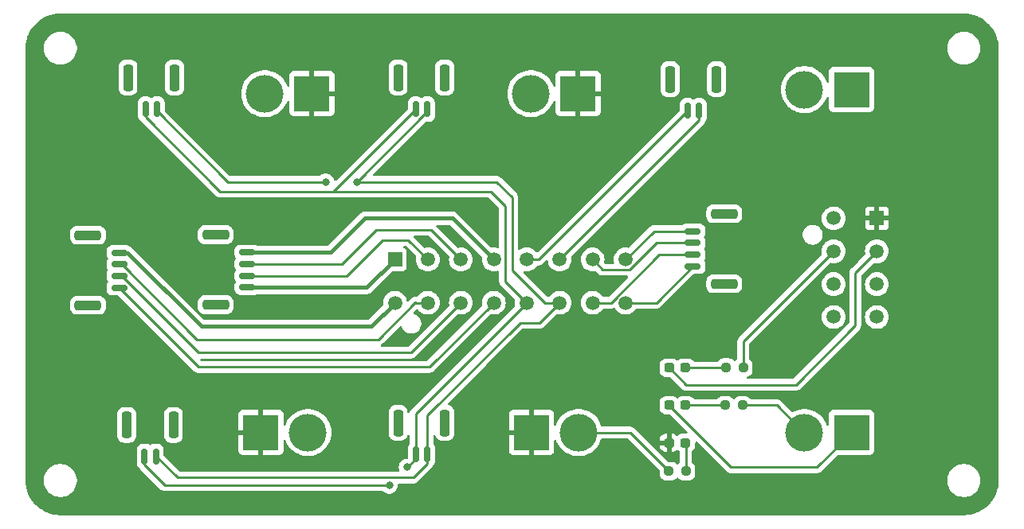
<source format=gtl>
G04 #@! TF.GenerationSoftware,KiCad,Pcbnew,8.0.4*
G04 #@! TF.CreationDate,2025-02-21T00:52:45-06:00*
G04 #@! TF.ProjectId,Turret,54757272-6574-42e6-9b69-6361645f7063,rev?*
G04 #@! TF.SameCoordinates,Original*
G04 #@! TF.FileFunction,Copper,L1,Top*
G04 #@! TF.FilePolarity,Positive*
%FSLAX46Y46*%
G04 Gerber Fmt 4.6, Leading zero omitted, Abs format (unit mm)*
G04 Created by KiCad (PCBNEW 8.0.4) date 2025-02-21 00:52:45*
%MOMM*%
%LPD*%
G01*
G04 APERTURE LIST*
G04 Aperture macros list*
%AMRoundRect*
0 Rectangle with rounded corners*
0 $1 Rounding radius*
0 $2 $3 $4 $5 $6 $7 $8 $9 X,Y pos of 4 corners*
0 Add a 4 corners polygon primitive as box body*
4,1,4,$2,$3,$4,$5,$6,$7,$8,$9,$2,$3,0*
0 Add four circle primitives for the rounded corners*
1,1,$1+$1,$2,$3*
1,1,$1+$1,$4,$5*
1,1,$1+$1,$6,$7*
1,1,$1+$1,$8,$9*
0 Add four rect primitives between the rounded corners*
20,1,$1+$1,$2,$3,$4,$5,0*
20,1,$1+$1,$4,$5,$6,$7,0*
20,1,$1+$1,$6,$7,$8,$9,0*
20,1,$1+$1,$8,$9,$2,$3,0*%
G04 Aperture macros list end*
G04 #@! TA.AperFunction,SMDPad,CuDef*
%ADD10RoundRect,0.150000X-0.150000X-0.700000X0.150000X-0.700000X0.150000X0.700000X-0.150000X0.700000X0*%
G04 #@! TD*
G04 #@! TA.AperFunction,SMDPad,CuDef*
%ADD11RoundRect,0.250000X-0.250000X-1.150000X0.250000X-1.150000X0.250000X1.150000X-0.250000X1.150000X0*%
G04 #@! TD*
G04 #@! TA.AperFunction,ComponentPad*
%ADD12R,1.520000X1.520000*%
G04 #@! TD*
G04 #@! TA.AperFunction,ComponentPad*
%ADD13C,1.520000*%
G04 #@! TD*
G04 #@! TA.AperFunction,SMDPad,CuDef*
%ADD14RoundRect,0.237500X-0.287500X-0.237500X0.287500X-0.237500X0.287500X0.237500X-0.287500X0.237500X0*%
G04 #@! TD*
G04 #@! TA.AperFunction,ComponentPad*
%ADD15R,3.800000X3.800000*%
G04 #@! TD*
G04 #@! TA.AperFunction,ComponentPad*
%ADD16C,4.000000*%
G04 #@! TD*
G04 #@! TA.AperFunction,SMDPad,CuDef*
%ADD17RoundRect,0.150000X-0.700000X0.150000X-0.700000X-0.150000X0.700000X-0.150000X0.700000X0.150000X0*%
G04 #@! TD*
G04 #@! TA.AperFunction,SMDPad,CuDef*
%ADD18RoundRect,0.250000X-1.150000X0.250000X-1.150000X-0.250000X1.150000X-0.250000X1.150000X0.250000X0*%
G04 #@! TD*
G04 #@! TA.AperFunction,SMDPad,CuDef*
%ADD19RoundRect,0.150000X0.700000X-0.150000X0.700000X0.150000X-0.700000X0.150000X-0.700000X-0.150000X0*%
G04 #@! TD*
G04 #@! TA.AperFunction,SMDPad,CuDef*
%ADD20RoundRect,0.250000X1.150000X-0.250000X1.150000X0.250000X-1.150000X0.250000X-1.150000X-0.250000X0*%
G04 #@! TD*
G04 #@! TA.AperFunction,SMDPad,CuDef*
%ADD21RoundRect,0.237500X0.250000X0.237500X-0.250000X0.237500X-0.250000X-0.237500X0.250000X-0.237500X0*%
G04 #@! TD*
G04 #@! TA.AperFunction,SMDPad,CuDef*
%ADD22RoundRect,0.237500X-0.250000X-0.237500X0.250000X-0.237500X0.250000X0.237500X-0.250000X0.237500X0*%
G04 #@! TD*
G04 #@! TA.AperFunction,ViaPad*
%ADD23C,0.800000*%
G04 #@! TD*
G04 #@! TA.AperFunction,Conductor*
%ADD24C,0.250000*%
G04 #@! TD*
G04 #@! TA.AperFunction,Conductor*
%ADD25C,0.400000*%
G04 #@! TD*
G04 APERTURE END LIST*
D10*
X82189000Y-81328000D03*
X83439000Y-81328000D03*
D11*
X80339000Y-77978000D03*
X85289000Y-77978000D03*
D12*
X131200000Y-56200001D03*
D13*
X131200000Y-59700001D03*
X131200000Y-63200000D03*
X131200000Y-66700001D03*
X126600000Y-56200001D03*
X126600000Y-59700001D03*
X126600000Y-63200001D03*
X126600000Y-66700001D03*
D14*
X109125001Y-80100000D03*
X110874999Y-80100000D03*
D10*
X111073000Y-44752000D03*
X112323000Y-44752000D03*
D11*
X109223000Y-41402000D03*
X114173000Y-41402000D03*
D14*
X109125001Y-72100000D03*
X110874999Y-72100000D03*
D15*
X71167000Y-42926000D03*
D16*
X66167000Y-42926000D03*
D17*
X111633000Y-57561000D03*
X111633000Y-58811000D03*
X111633000Y-60061000D03*
X111633000Y-61311000D03*
D18*
X114983000Y-55711000D03*
X114983000Y-63161000D03*
D10*
X53487000Y-44577000D03*
X54737000Y-44577000D03*
D11*
X51637000Y-41227000D03*
X56587000Y-41227000D03*
D14*
X109125001Y-76100000D03*
X110874999Y-76100000D03*
D10*
X53360000Y-81534000D03*
X54610000Y-81534000D03*
D11*
X51510000Y-78184000D03*
X56460000Y-78184000D03*
D15*
X128500000Y-42500000D03*
D16*
X123500000Y-42500000D03*
D19*
X64307000Y-63552000D03*
X64307000Y-62302000D03*
X64307000Y-61052000D03*
X64307000Y-59802000D03*
D20*
X60957000Y-65402000D03*
X60957000Y-57952000D03*
D21*
X116912500Y-76100000D03*
X115087500Y-76100000D03*
D15*
X99441000Y-42926000D03*
D16*
X94441000Y-42926000D03*
D22*
X109087500Y-83100000D03*
X110912500Y-83100000D03*
D15*
X128500000Y-79000000D03*
D16*
X123500000Y-79000000D03*
D12*
X79995000Y-60579000D03*
D13*
X83495000Y-60579000D03*
X86995000Y-60579000D03*
X90495000Y-60579000D03*
X93995000Y-60579000D03*
X97495000Y-60579000D03*
X100995000Y-60579000D03*
X104495000Y-60579000D03*
X79995000Y-65179000D03*
X83495000Y-65179000D03*
X86995000Y-65179000D03*
X90495000Y-65179000D03*
X93995000Y-65179000D03*
X97495000Y-65179000D03*
X100995000Y-65179000D03*
X104495000Y-65179000D03*
D15*
X65750000Y-78994000D03*
D16*
X70750000Y-78994000D03*
D15*
X94500000Y-78994000D03*
D16*
X99500000Y-78994000D03*
D21*
X117000000Y-72080000D03*
X115175000Y-72080000D03*
D10*
X82189000Y-44577000D03*
X83439000Y-44577000D03*
D11*
X80339000Y-41227000D03*
X85289000Y-41227000D03*
D19*
X50718000Y-63597000D03*
X50718000Y-62347000D03*
X50718000Y-61097000D03*
X50718000Y-59847000D03*
D20*
X47368000Y-65447000D03*
X47368000Y-57997000D03*
D23*
X72644000Y-52324000D03*
X75946000Y-52324000D03*
X81300000Y-82700000D03*
X79400000Y-84600004D03*
D24*
X92456000Y-61722000D02*
X95913000Y-65179000D01*
X83447200Y-81542200D02*
X83447200Y-77152800D01*
X83439000Y-44852908D02*
X83439000Y-44577000D01*
X92456000Y-53975000D02*
X92456000Y-61722000D01*
X54610000Y-81534000D02*
X56876000Y-83800000D01*
X54590000Y-44684000D02*
X62230000Y-52324000D01*
X56876000Y-83800000D02*
X81935000Y-83800000D01*
X81935000Y-83800000D02*
X83439000Y-82296000D01*
X93300000Y-67300000D02*
X95374000Y-67300000D01*
X75946000Y-52324000D02*
X90805000Y-52324000D01*
X54590000Y-44540000D02*
X54590000Y-44684000D01*
X75967908Y-52324000D02*
X83439000Y-44852908D01*
X83491000Y-44779000D02*
X83491000Y-44498000D01*
X90805000Y-52324000D02*
X92456000Y-53975000D01*
X83439000Y-44548200D02*
X83447200Y-44540000D01*
X62230000Y-52324000D02*
X72644000Y-52324000D01*
X95374000Y-67300000D02*
X97495000Y-65179000D01*
X83439000Y-82296000D02*
X83439000Y-81328000D01*
X83447200Y-77152800D02*
X93300000Y-67300000D01*
X75946000Y-52324000D02*
X75967908Y-52324000D01*
X95913000Y-65179000D02*
X97495000Y-65179000D01*
X91694000Y-54864000D02*
X91694000Y-62894000D01*
X82189000Y-81328000D02*
X82189000Y-81811000D01*
X91710000Y-62894000D02*
X93995000Y-65179000D01*
X61400001Y-53340000D02*
X90170000Y-53340000D01*
X90170000Y-53340000D02*
X91694000Y-54864000D01*
X82189000Y-81811000D02*
X81300000Y-82700000D01*
X53487000Y-44577000D02*
X53487000Y-45426999D01*
X91694000Y-62894000D02*
X91710000Y-62894000D01*
X53360000Y-81534000D02*
X53360000Y-82383999D01*
X53360000Y-82383999D02*
X55576005Y-84600004D01*
X53487000Y-45426999D02*
X61400001Y-53340000D01*
X82189000Y-81328000D02*
X82189000Y-76985000D01*
X91694000Y-62894000D02*
X91700000Y-62900000D01*
X82189000Y-76985000D02*
X93995000Y-65179000D01*
X53340000Y-81327000D02*
X53340000Y-81840000D01*
X55576005Y-84600004D02*
X79400000Y-84600004D01*
X82189000Y-44577000D02*
X73426000Y-53340000D01*
X86995000Y-65179000D02*
X81689000Y-70485000D01*
X50993908Y-62347000D02*
X50718000Y-62347000D01*
X59131908Y-70485000D02*
X50993908Y-62347000D01*
X81689000Y-70485000D02*
X59131908Y-70485000D01*
X58984908Y-69088000D02*
X50993908Y-61097000D01*
X82197000Y-65179000D02*
X82169000Y-65151000D01*
X83495000Y-65179000D02*
X82197000Y-65179000D01*
X50993908Y-61097000D02*
X50718000Y-61097000D01*
X82169000Y-65151000D02*
X78232000Y-69088000D01*
X78232000Y-69088000D02*
X58984908Y-69088000D01*
X109125001Y-76100000D02*
X109125001Y-76125001D01*
X115700000Y-82700000D02*
X124800000Y-82700000D01*
X124800000Y-82700000D02*
X128500000Y-79000000D01*
X109125001Y-76125001D02*
X115700000Y-82700000D01*
X99500000Y-78994000D02*
X104981500Y-78994000D01*
X104981500Y-78994000D02*
X109087500Y-83100000D01*
X117000000Y-69300001D02*
X126600000Y-59700001D01*
X117000000Y-72080000D02*
X117000000Y-69300001D01*
X116912500Y-76100000D02*
X120600000Y-76100000D01*
X120600000Y-76100000D02*
X123500000Y-79000000D01*
D25*
X64307000Y-59802000D02*
X73198000Y-59802000D01*
X76800000Y-56200000D02*
X86116000Y-56200000D01*
X73198000Y-59802000D02*
X76800000Y-56200000D01*
X86116000Y-56200000D02*
X90495000Y-60579000D01*
D24*
X109125001Y-72100000D02*
X110925001Y-73900000D01*
X128900000Y-67600000D02*
X128900000Y-62000001D01*
X110925001Y-73900000D02*
X122600000Y-73900000D01*
X128900000Y-62000001D02*
X131200000Y-59700001D01*
X122600000Y-73900000D02*
X128900000Y-67600000D01*
X83665000Y-72009000D02*
X90495000Y-65179000D01*
X50718000Y-63597000D02*
X59130000Y-72009000D01*
X59130000Y-72009000D02*
X83665000Y-72009000D01*
D25*
X51567999Y-59847000D02*
X59411999Y-67691000D01*
X77483000Y-67691000D02*
X79995000Y-65179000D01*
X50718000Y-59847000D02*
X51567999Y-59847000D01*
X59411999Y-67691000D02*
X77483000Y-67691000D01*
D24*
X104495000Y-60579000D02*
X107513000Y-57561000D01*
X107513000Y-57561000D02*
X111633000Y-57561000D01*
X81416000Y-58500000D02*
X83495000Y-60579000D01*
X74898000Y-62302000D02*
X78700000Y-58500000D01*
X64307000Y-62302000D02*
X74898000Y-62302000D01*
X78700000Y-58500000D02*
X81416000Y-58500000D01*
X107765000Y-65179000D02*
X111633000Y-61311000D01*
X104495000Y-65179000D02*
X107765000Y-65179000D01*
X111073000Y-44752000D02*
X95246000Y-60579000D01*
X95246000Y-60579000D02*
X93995000Y-60579000D01*
X110998000Y-44596400D02*
X111054400Y-44540000D01*
X97495000Y-60579000D02*
X112323000Y-45751000D01*
X112323000Y-45751000D02*
X112323000Y-44752000D01*
X64307000Y-61052000D02*
X74348000Y-61052000D01*
X83816000Y-57400000D02*
X86995000Y-60579000D01*
X78000000Y-57400000D02*
X83816000Y-57400000D01*
X74348000Y-61052000D02*
X78000000Y-57400000D01*
D25*
X79995000Y-60579000D02*
X77022000Y-63552000D01*
X77022000Y-63552000D02*
X64307000Y-63552000D01*
D24*
X104944422Y-61664000D02*
X102080000Y-61664000D01*
X111633000Y-58811000D02*
X107797422Y-58811000D01*
X102080000Y-61664000D02*
X100995000Y-60579000D01*
X107797422Y-58811000D02*
X104944422Y-61664000D01*
X102960578Y-65179000D02*
X100995000Y-65179000D01*
X108078578Y-60061000D02*
X102960578Y-65179000D01*
X111633000Y-60061000D02*
X108078578Y-60061000D01*
X110912500Y-80137501D02*
X110874999Y-80100000D01*
X110912500Y-83100000D02*
X110912500Y-80137501D01*
X110894999Y-72080000D02*
X110874999Y-72100000D01*
X115175000Y-72080000D02*
X110894999Y-72080000D01*
X110874999Y-76100000D02*
X115087500Y-76100000D01*
G04 #@! TA.AperFunction,Conductor*
G36*
X140453032Y-34400648D02*
G01*
X140806532Y-34418015D01*
X140818640Y-34419208D01*
X140927576Y-34435367D01*
X141165717Y-34470692D01*
X141177635Y-34473062D01*
X141518008Y-34558321D01*
X141529646Y-34561852D01*
X141859996Y-34680054D01*
X141871237Y-34684710D01*
X142096857Y-34791419D01*
X142188433Y-34834731D01*
X142199150Y-34840459D01*
X142500102Y-35020843D01*
X142510220Y-35027603D01*
X142792049Y-35236622D01*
X142801455Y-35244342D01*
X143061436Y-35479974D01*
X143070025Y-35488563D01*
X143231782Y-35667035D01*
X143305657Y-35748544D01*
X143313377Y-35757950D01*
X143522396Y-36039779D01*
X143529156Y-36049897D01*
X143706334Y-36345501D01*
X143709533Y-36350837D01*
X143715270Y-36361570D01*
X143865289Y-36678762D01*
X143869945Y-36690003D01*
X143988147Y-37020353D01*
X143991680Y-37031998D01*
X144076934Y-37372351D01*
X144079308Y-37384287D01*
X144130791Y-37731359D01*
X144131984Y-37743468D01*
X144149351Y-38096966D01*
X144149500Y-38103051D01*
X144149500Y-84096948D01*
X144149351Y-84103033D01*
X144131984Y-84456531D01*
X144130791Y-84468640D01*
X144079308Y-84815712D01*
X144076934Y-84827648D01*
X143991680Y-85168001D01*
X143988147Y-85179646D01*
X143869945Y-85509996D01*
X143865289Y-85521237D01*
X143715270Y-85838429D01*
X143709533Y-85849162D01*
X143529156Y-86150102D01*
X143522396Y-86160220D01*
X143313377Y-86442049D01*
X143305657Y-86451455D01*
X143070033Y-86711428D01*
X143061428Y-86720033D01*
X142801455Y-86955657D01*
X142792049Y-86963377D01*
X142510220Y-87172396D01*
X142500102Y-87179156D01*
X142199162Y-87359533D01*
X142188429Y-87365270D01*
X141871237Y-87515289D01*
X141859996Y-87519945D01*
X141529646Y-87638147D01*
X141518001Y-87641680D01*
X141177648Y-87726934D01*
X141165712Y-87729308D01*
X140818640Y-87780791D01*
X140806531Y-87781984D01*
X140473016Y-87798369D01*
X140453031Y-87799351D01*
X140446949Y-87799500D01*
X44453051Y-87799500D01*
X44446968Y-87799351D01*
X44425811Y-87798311D01*
X44093468Y-87781984D01*
X44081359Y-87780791D01*
X43734287Y-87729308D01*
X43722351Y-87726934D01*
X43381998Y-87641680D01*
X43370353Y-87638147D01*
X43040003Y-87519945D01*
X43028762Y-87515289D01*
X42711570Y-87365270D01*
X42700842Y-87359535D01*
X42399897Y-87179156D01*
X42389779Y-87172396D01*
X42107950Y-86963377D01*
X42098544Y-86955657D01*
X41982295Y-86850296D01*
X41838563Y-86720025D01*
X41829974Y-86711436D01*
X41594342Y-86451455D01*
X41586622Y-86442049D01*
X41377603Y-86160220D01*
X41370843Y-86150102D01*
X41190459Y-85849150D01*
X41184729Y-85838429D01*
X41034710Y-85521237D01*
X41030054Y-85509996D01*
X40911852Y-85179646D01*
X40908319Y-85168001D01*
X40904890Y-85154311D01*
X40823062Y-84827635D01*
X40820691Y-84815712D01*
X40816619Y-84788263D01*
X40769208Y-84468640D01*
X40768015Y-84456530D01*
X40767351Y-84443022D01*
X40750649Y-84103032D01*
X40750500Y-84096948D01*
X40750500Y-83985010D01*
X42695500Y-83985010D01*
X42695500Y-84214989D01*
X42695501Y-84215005D01*
X42725518Y-84443009D01*
X42725519Y-84443014D01*
X42725520Y-84443020D01*
X42785046Y-84665175D01*
X42785049Y-84665185D01*
X42873057Y-84877654D01*
X42873061Y-84877664D01*
X42988055Y-85076839D01*
X43128064Y-85259303D01*
X43128070Y-85259310D01*
X43290689Y-85421929D01*
X43290696Y-85421935D01*
X43473160Y-85561944D01*
X43672335Y-85676938D01*
X43672336Y-85676938D01*
X43672339Y-85676940D01*
X43884824Y-85764954D01*
X44106980Y-85824480D01*
X44335004Y-85854500D01*
X44335011Y-85854500D01*
X44564989Y-85854500D01*
X44564996Y-85854500D01*
X44793020Y-85824480D01*
X45015176Y-85764954D01*
X45227661Y-85676940D01*
X45426840Y-85561944D01*
X45609305Y-85421934D01*
X45771934Y-85259305D01*
X45911944Y-85076840D01*
X46026940Y-84877661D01*
X46114954Y-84665176D01*
X46174480Y-84443020D01*
X46204500Y-84214996D01*
X46204500Y-83985004D01*
X46174480Y-83756980D01*
X46114954Y-83534824D01*
X46026940Y-83322339D01*
X46014887Y-83301463D01*
X45911944Y-83123160D01*
X45771935Y-82940696D01*
X45771929Y-82940689D01*
X45609310Y-82778070D01*
X45609303Y-82778064D01*
X45426839Y-82638055D01*
X45227664Y-82523061D01*
X45227654Y-82523057D01*
X45015185Y-82435049D01*
X45015178Y-82435047D01*
X45015176Y-82435046D01*
X44793020Y-82375520D01*
X44793014Y-82375519D01*
X44793009Y-82375518D01*
X44565005Y-82345501D01*
X44565002Y-82345500D01*
X44564996Y-82345500D01*
X44335004Y-82345500D01*
X44334998Y-82345500D01*
X44334994Y-82345501D01*
X44106990Y-82375518D01*
X44106983Y-82375519D01*
X44106980Y-82375520D01*
X44009461Y-82401650D01*
X43884824Y-82435046D01*
X43884814Y-82435049D01*
X43672345Y-82523057D01*
X43672335Y-82523061D01*
X43473160Y-82638055D01*
X43290696Y-82778064D01*
X43290689Y-82778070D01*
X43128070Y-82940689D01*
X43128064Y-82940696D01*
X42988055Y-83123160D01*
X42873061Y-83322335D01*
X42873057Y-83322345D01*
X42785049Y-83534814D01*
X42785046Y-83534824D01*
X42725521Y-83756977D01*
X42725518Y-83756990D01*
X42695501Y-83984994D01*
X42695500Y-83985010D01*
X40750500Y-83985010D01*
X40750500Y-80768298D01*
X52559500Y-80768298D01*
X52559500Y-82299701D01*
X52562401Y-82336567D01*
X52562402Y-82336573D01*
X52608254Y-82494393D01*
X52608255Y-82494396D01*
X52691917Y-82635862D01*
X52691923Y-82635870D01*
X52808129Y-82752076D01*
X52808135Y-82752081D01*
X52881182Y-82795280D01*
X52905740Y-82814330D01*
X52968332Y-82876922D01*
X52968337Y-82876926D01*
X55090146Y-84998736D01*
X55090147Y-84998737D01*
X55168249Y-85076839D01*
X55177273Y-85085863D01*
X55279712Y-85154311D01*
X55279718Y-85154314D01*
X55279719Y-85154315D01*
X55393553Y-85201467D01*
X55453976Y-85213485D01*
X55514398Y-85225504D01*
X55514399Y-85225504D01*
X78696252Y-85225504D01*
X78763291Y-85245189D01*
X78788400Y-85266530D01*
X78794126Y-85272889D01*
X78794130Y-85272893D01*
X78947265Y-85384152D01*
X78947270Y-85384155D01*
X79120192Y-85461146D01*
X79120197Y-85461148D01*
X79305354Y-85500504D01*
X79305355Y-85500504D01*
X79494644Y-85500504D01*
X79494646Y-85500504D01*
X79679803Y-85461148D01*
X79852730Y-85384155D01*
X80005871Y-85272892D01*
X80132533Y-85132220D01*
X80227179Y-84968288D01*
X80285674Y-84788260D01*
X80305460Y-84600004D01*
X80301514Y-84562460D01*
X80314084Y-84493731D01*
X80361816Y-84442708D01*
X80424835Y-84425500D01*
X81996608Y-84425500D01*
X81996608Y-84425499D01*
X82065744Y-84411748D01*
X82065745Y-84411748D01*
X82083298Y-84408256D01*
X82117452Y-84401463D01*
X82150792Y-84387652D01*
X82231286Y-84354312D01*
X82282509Y-84320084D01*
X82333733Y-84285858D01*
X82420858Y-84198733D01*
X82420859Y-84198731D01*
X82427925Y-84191665D01*
X82427928Y-84191661D01*
X83837729Y-82781860D01*
X83837733Y-82781858D01*
X83924858Y-82694733D01*
X83993311Y-82592286D01*
X84018274Y-82532018D01*
X84045149Y-82491795D01*
X84107081Y-82429865D01*
X84190744Y-82288398D01*
X84236598Y-82130569D01*
X84239500Y-82093694D01*
X84239500Y-80562306D01*
X84236598Y-80525431D01*
X84225651Y-80487753D01*
X84196286Y-80386677D01*
X84190744Y-80367602D01*
X84107081Y-80226135D01*
X84107078Y-80226132D01*
X84102298Y-80219969D01*
X84103911Y-80218717D01*
X84075534Y-80166749D01*
X84072700Y-80140391D01*
X84072700Y-79366290D01*
X84092385Y-79299251D01*
X84145189Y-79253496D01*
X84214347Y-79243552D01*
X84277903Y-79272577D01*
X84314405Y-79327285D01*
X84354186Y-79447334D01*
X84446288Y-79596656D01*
X84570344Y-79720712D01*
X84719666Y-79812814D01*
X84886203Y-79867999D01*
X84988991Y-79878500D01*
X85589008Y-79878499D01*
X85589016Y-79878498D01*
X85589019Y-79878498D01*
X85645302Y-79872748D01*
X85691797Y-79867999D01*
X85858334Y-79812814D01*
X86007656Y-79720712D01*
X86131712Y-79596656D01*
X86223814Y-79447334D01*
X86278999Y-79280797D01*
X86289500Y-79178009D01*
X86289499Y-77046155D01*
X92100000Y-77046155D01*
X92100000Y-78744000D01*
X93172769Y-78744000D01*
X93150000Y-78887753D01*
X93150000Y-79100247D01*
X93172769Y-79244000D01*
X92100000Y-79244000D01*
X92100000Y-80941844D01*
X92106401Y-81001372D01*
X92106403Y-81001379D01*
X92156645Y-81136086D01*
X92156649Y-81136093D01*
X92242809Y-81251187D01*
X92242812Y-81251190D01*
X92357906Y-81337350D01*
X92357913Y-81337354D01*
X92492620Y-81387596D01*
X92492627Y-81387598D01*
X92552155Y-81393999D01*
X92552172Y-81394000D01*
X94250000Y-81394000D01*
X94250000Y-80321231D01*
X94393753Y-80344000D01*
X94606247Y-80344000D01*
X94750000Y-80321231D01*
X94750000Y-81394000D01*
X96447828Y-81394000D01*
X96447844Y-81393999D01*
X96507372Y-81387598D01*
X96507379Y-81387596D01*
X96642086Y-81337354D01*
X96642093Y-81337350D01*
X96757187Y-81251190D01*
X96757190Y-81251187D01*
X96843350Y-81136093D01*
X96843354Y-81136086D01*
X96893596Y-81001379D01*
X96893598Y-81001372D01*
X96899999Y-80941844D01*
X96900000Y-80941827D01*
X96900000Y-79866716D01*
X96919685Y-79799677D01*
X96972489Y-79753922D01*
X97041647Y-79743978D01*
X97105203Y-79773003D01*
X97141931Y-79828398D01*
X97170497Y-79916316D01*
X97170499Y-79916321D01*
X97304461Y-80201003D01*
X97304464Y-80201009D01*
X97473051Y-80466661D01*
X97473054Y-80466665D01*
X97673606Y-80709090D01*
X97673608Y-80709092D01*
X97673610Y-80709094D01*
X97898564Y-80920340D01*
X97902968Y-80924476D01*
X97902978Y-80924484D01*
X98157504Y-81109408D01*
X98157509Y-81109410D01*
X98157516Y-81109416D01*
X98433234Y-81260994D01*
X98433239Y-81260996D01*
X98433241Y-81260997D01*
X98433242Y-81260998D01*
X98725771Y-81376818D01*
X98725774Y-81376819D01*
X99010446Y-81449910D01*
X99030527Y-81455066D01*
X99096010Y-81463338D01*
X99342670Y-81494499D01*
X99342679Y-81494499D01*
X99342682Y-81494500D01*
X99342684Y-81494500D01*
X99657316Y-81494500D01*
X99657318Y-81494500D01*
X99657321Y-81494499D01*
X99657329Y-81494499D01*
X99843593Y-81470968D01*
X99969473Y-81455066D01*
X100274225Y-81376819D01*
X100274228Y-81376818D01*
X100566757Y-81260998D01*
X100566758Y-81260997D01*
X100566756Y-81260997D01*
X100566766Y-81260994D01*
X100842484Y-81109416D01*
X101097030Y-80924478D01*
X101326390Y-80709094D01*
X101526947Y-80466663D01*
X101695537Y-80201007D01*
X101829503Y-79916315D01*
X101898104Y-79705181D01*
X101937541Y-79647507D01*
X102001900Y-79620308D01*
X102016035Y-79619500D01*
X104671048Y-79619500D01*
X104738087Y-79639185D01*
X104758729Y-79655819D01*
X108063181Y-82960271D01*
X108096666Y-83021594D01*
X108099500Y-83047952D01*
X108099500Y-83386668D01*
X108099501Y-83386687D01*
X108109825Y-83487752D01*
X108164092Y-83651515D01*
X108164093Y-83651518D01*
X108198395Y-83707129D01*
X108254660Y-83798350D01*
X108376650Y-83920340D01*
X108523484Y-84010908D01*
X108687247Y-84065174D01*
X108788323Y-84075500D01*
X109386676Y-84075499D01*
X109386684Y-84075498D01*
X109386687Y-84075498D01*
X109442030Y-84069844D01*
X109487753Y-84065174D01*
X109651516Y-84010908D01*
X109798350Y-83920340D01*
X109912319Y-83806371D01*
X109973642Y-83772886D01*
X110043334Y-83777870D01*
X110087681Y-83806371D01*
X110201650Y-83920340D01*
X110348484Y-84010908D01*
X110512247Y-84065174D01*
X110613323Y-84075500D01*
X111211676Y-84075499D01*
X111211684Y-84075498D01*
X111211687Y-84075498D01*
X111267030Y-84069844D01*
X111312753Y-84065174D01*
X111476516Y-84010908D01*
X111518503Y-83985010D01*
X138695500Y-83985010D01*
X138695500Y-84214989D01*
X138695501Y-84215005D01*
X138725518Y-84443009D01*
X138725519Y-84443014D01*
X138725520Y-84443020D01*
X138785046Y-84665175D01*
X138785049Y-84665185D01*
X138873057Y-84877654D01*
X138873061Y-84877664D01*
X138988055Y-85076839D01*
X139128064Y-85259303D01*
X139128070Y-85259310D01*
X139290689Y-85421929D01*
X139290696Y-85421935D01*
X139473160Y-85561944D01*
X139672335Y-85676938D01*
X139672336Y-85676938D01*
X139672339Y-85676940D01*
X139884824Y-85764954D01*
X140106980Y-85824480D01*
X140335004Y-85854500D01*
X140335011Y-85854500D01*
X140564989Y-85854500D01*
X140564996Y-85854500D01*
X140793020Y-85824480D01*
X141015176Y-85764954D01*
X141227661Y-85676940D01*
X141426840Y-85561944D01*
X141609305Y-85421934D01*
X141771934Y-85259305D01*
X141911944Y-85076840D01*
X142026940Y-84877661D01*
X142114954Y-84665176D01*
X142174480Y-84443020D01*
X142204500Y-84214996D01*
X142204500Y-83985004D01*
X142174480Y-83756980D01*
X142114954Y-83534824D01*
X142026940Y-83322339D01*
X142014887Y-83301463D01*
X141911944Y-83123160D01*
X141771935Y-82940696D01*
X141771929Y-82940689D01*
X141609310Y-82778070D01*
X141609303Y-82778064D01*
X141426839Y-82638055D01*
X141227664Y-82523061D01*
X141227654Y-82523057D01*
X141015185Y-82435049D01*
X141015178Y-82435047D01*
X141015176Y-82435046D01*
X140793020Y-82375520D01*
X140793014Y-82375519D01*
X140793009Y-82375518D01*
X140565005Y-82345501D01*
X140565002Y-82345500D01*
X140564996Y-82345500D01*
X140335004Y-82345500D01*
X140334998Y-82345500D01*
X140334994Y-82345501D01*
X140106990Y-82375518D01*
X140106983Y-82375519D01*
X140106980Y-82375520D01*
X140009461Y-82401650D01*
X139884824Y-82435046D01*
X139884814Y-82435049D01*
X139672345Y-82523057D01*
X139672335Y-82523061D01*
X139473160Y-82638055D01*
X139290696Y-82778064D01*
X139290689Y-82778070D01*
X139128070Y-82940689D01*
X139128064Y-82940696D01*
X138988055Y-83123160D01*
X138873061Y-83322335D01*
X138873057Y-83322345D01*
X138785049Y-83534814D01*
X138785046Y-83534824D01*
X138725521Y-83756977D01*
X138725518Y-83756990D01*
X138695501Y-83984994D01*
X138695500Y-83985010D01*
X111518503Y-83985010D01*
X111623350Y-83920340D01*
X111745340Y-83798350D01*
X111835908Y-83651516D01*
X111890174Y-83487753D01*
X111900500Y-83386677D01*
X111900499Y-82813324D01*
X111898006Y-82788923D01*
X111890174Y-82712247D01*
X111850424Y-82592291D01*
X111835908Y-82548484D01*
X111745340Y-82401650D01*
X111623350Y-82279660D01*
X111623347Y-82279657D01*
X111596901Y-82263345D01*
X111550178Y-82211397D01*
X111538000Y-82157808D01*
X111538000Y-81042189D01*
X111557685Y-80975150D01*
X111596900Y-80936653D01*
X111623349Y-80920340D01*
X111745339Y-80798350D01*
X111835907Y-80651516D01*
X111890173Y-80487753D01*
X111900499Y-80386677D01*
X111900498Y-80084448D01*
X111920182Y-80017411D01*
X111972986Y-79971656D01*
X112042145Y-79961712D01*
X112105700Y-79990737D01*
X112112179Y-79996769D01*
X115211016Y-83095606D01*
X115211045Y-83095637D01*
X115301263Y-83185855D01*
X115301266Y-83185857D01*
X115301267Y-83185858D01*
X115370647Y-83232216D01*
X115403715Y-83254312D01*
X115467504Y-83280734D01*
X115517548Y-83301463D01*
X115577971Y-83313481D01*
X115638393Y-83325500D01*
X124861607Y-83325500D01*
X124922029Y-83313481D01*
X124982452Y-83301463D01*
X124982455Y-83301461D01*
X124982458Y-83301461D01*
X125015787Y-83287654D01*
X125015786Y-83287654D01*
X125015792Y-83287652D01*
X125096286Y-83254312D01*
X125147509Y-83220084D01*
X125198733Y-83185858D01*
X125285858Y-83098733D01*
X125285859Y-83098731D01*
X125292925Y-83091665D01*
X125292928Y-83091661D01*
X126947771Y-81436818D01*
X127009094Y-81403333D01*
X127035452Y-81400499D01*
X130447871Y-81400499D01*
X130447872Y-81400499D01*
X130507483Y-81394091D01*
X130642331Y-81343796D01*
X130757546Y-81257546D01*
X130843796Y-81142331D01*
X130894091Y-81007483D01*
X130900500Y-80947873D01*
X130900499Y-77052128D01*
X130894091Y-76992517D01*
X130891894Y-76986627D01*
X130843797Y-76857671D01*
X130843793Y-76857664D01*
X130757547Y-76742455D01*
X130757544Y-76742452D01*
X130642335Y-76656206D01*
X130642328Y-76656202D01*
X130507482Y-76605908D01*
X130507483Y-76605908D01*
X130447883Y-76599501D01*
X130447881Y-76599500D01*
X130447873Y-76599500D01*
X130447864Y-76599500D01*
X126552129Y-76599500D01*
X126552123Y-76599501D01*
X126492516Y-76605908D01*
X126357671Y-76656202D01*
X126357664Y-76656206D01*
X126242455Y-76742452D01*
X126242452Y-76742455D01*
X126156206Y-76857664D01*
X126156202Y-76857671D01*
X126105908Y-76992517D01*
X126100142Y-77046155D01*
X126099501Y-77052123D01*
X126099500Y-77052135D01*
X126099500Y-78125744D01*
X126079815Y-78192783D01*
X126027011Y-78238538D01*
X125957853Y-78248482D01*
X125894297Y-78219457D01*
X125857569Y-78164062D01*
X125841476Y-78114534D01*
X125829503Y-78077685D01*
X125826676Y-78071678D01*
X125773695Y-77959087D01*
X125695537Y-77792993D01*
X125611575Y-77660689D01*
X125526948Y-77527338D01*
X125526945Y-77527334D01*
X125326393Y-77284909D01*
X125326391Y-77284907D01*
X125282926Y-77244090D01*
X125097030Y-77069522D01*
X125097027Y-77069520D01*
X125097021Y-77069515D01*
X124842495Y-76884591D01*
X124842488Y-76884586D01*
X124842484Y-76884584D01*
X124566766Y-76733006D01*
X124566763Y-76733004D01*
X124566758Y-76733002D01*
X124566757Y-76733001D01*
X124274228Y-76617181D01*
X124274225Y-76617180D01*
X123969476Y-76538934D01*
X123969463Y-76538932D01*
X123657329Y-76499500D01*
X123657318Y-76499500D01*
X123342682Y-76499500D01*
X123342670Y-76499500D01*
X123030536Y-76538932D01*
X123030523Y-76538934D01*
X122725774Y-76617180D01*
X122725771Y-76617181D01*
X122433243Y-76733001D01*
X122433240Y-76733002D01*
X122311149Y-76800122D01*
X122242918Y-76815169D01*
X122177385Y-76790938D01*
X122163731Y-76779141D01*
X121092928Y-75708338D01*
X121092925Y-75708334D01*
X121092925Y-75708335D01*
X121085858Y-75701268D01*
X121085858Y-75701267D01*
X120998733Y-75614142D01*
X120933701Y-75570689D01*
X120896285Y-75545687D01*
X120856039Y-75529017D01*
X120815792Y-75512347D01*
X120782453Y-75498537D01*
X120772427Y-75496543D01*
X120722029Y-75486518D01*
X120661610Y-75474500D01*
X120661607Y-75474500D01*
X120661606Y-75474500D01*
X117859481Y-75474500D01*
X117792442Y-75454815D01*
X117753942Y-75415596D01*
X117752908Y-75413920D01*
X117745340Y-75401650D01*
X117623350Y-75279660D01*
X117476516Y-75189092D01*
X117312753Y-75134826D01*
X117312751Y-75134825D01*
X117211678Y-75124500D01*
X116613330Y-75124500D01*
X116613312Y-75124501D01*
X116512247Y-75134825D01*
X116348484Y-75189092D01*
X116348481Y-75189093D01*
X116201648Y-75279661D01*
X116087681Y-75393629D01*
X116026358Y-75427114D01*
X115956666Y-75422130D01*
X115912319Y-75393629D01*
X115798351Y-75279661D01*
X115798350Y-75279660D01*
X115651516Y-75189092D01*
X115487753Y-75134826D01*
X115487751Y-75134825D01*
X115386678Y-75124500D01*
X114788330Y-75124500D01*
X114788312Y-75124501D01*
X114687247Y-75134825D01*
X114523484Y-75189092D01*
X114523481Y-75189093D01*
X114376648Y-75279661D01*
X114254660Y-75401649D01*
X114254659Y-75401651D01*
X114246058Y-75415596D01*
X114194110Y-75462321D01*
X114140519Y-75474500D01*
X111859480Y-75474500D01*
X111792441Y-75454815D01*
X111753941Y-75415596D01*
X111752907Y-75413920D01*
X111745339Y-75401650D01*
X111623349Y-75279660D01*
X111476515Y-75189092D01*
X111312752Y-75134826D01*
X111312750Y-75134825D01*
X111211677Y-75124500D01*
X110538329Y-75124500D01*
X110538311Y-75124501D01*
X110437246Y-75134825D01*
X110273483Y-75189092D01*
X110273480Y-75189093D01*
X110126647Y-75279661D01*
X110087680Y-75318628D01*
X110026357Y-75352113D01*
X109956665Y-75347127D01*
X109912320Y-75318628D01*
X109873352Y-75279661D01*
X109873351Y-75279660D01*
X109726517Y-75189092D01*
X109562754Y-75134826D01*
X109562752Y-75134825D01*
X109461679Y-75124500D01*
X108788331Y-75124500D01*
X108788313Y-75124501D01*
X108687248Y-75134825D01*
X108523485Y-75189092D01*
X108523482Y-75189093D01*
X108376649Y-75279661D01*
X108254662Y-75401648D01*
X108164094Y-75548481D01*
X108164093Y-75548484D01*
X108109827Y-75712247D01*
X108109827Y-75712248D01*
X108109826Y-75712248D01*
X108099501Y-75813315D01*
X108099501Y-76386669D01*
X108099502Y-76386687D01*
X108109826Y-76487752D01*
X108135538Y-76565344D01*
X108163804Y-76650645D01*
X108164093Y-76651515D01*
X108164094Y-76651518D01*
X108178701Y-76675200D01*
X108254661Y-76798350D01*
X108376651Y-76920340D01*
X108523485Y-77010908D01*
X108687248Y-77065174D01*
X108788324Y-77075500D01*
X109139547Y-77075499D01*
X109206586Y-77095183D01*
X109227228Y-77111818D01*
X111028229Y-78912819D01*
X111061714Y-78974142D01*
X111056730Y-79043834D01*
X111014858Y-79099767D01*
X110949394Y-79124184D01*
X110940548Y-79124500D01*
X110538329Y-79124500D01*
X110538311Y-79124501D01*
X110437246Y-79134825D01*
X110273483Y-79189092D01*
X110273480Y-79189093D01*
X110126647Y-79279661D01*
X110087326Y-79318982D01*
X110026003Y-79352467D01*
X109956311Y-79347481D01*
X109911965Y-79318981D01*
X109873039Y-79280055D01*
X109873035Y-79280052D01*
X109726312Y-79189551D01*
X109726301Y-79189546D01*
X109562653Y-79135319D01*
X109461655Y-79125000D01*
X109375001Y-79125000D01*
X109375001Y-81074999D01*
X109461641Y-81074999D01*
X109461655Y-81074998D01*
X109562653Y-81064680D01*
X109726301Y-81010453D01*
X109726312Y-81010448D01*
X109873035Y-80919947D01*
X109873038Y-80919945D01*
X109911964Y-80881019D01*
X109973287Y-80847533D01*
X110042978Y-80852517D01*
X110087327Y-80881018D01*
X110126649Y-80920340D01*
X110228098Y-80982914D01*
X110274821Y-81034861D01*
X110287000Y-81088452D01*
X110287000Y-82157808D01*
X110267315Y-82224847D01*
X110228099Y-82263345D01*
X110201652Y-82279657D01*
X110201649Y-82279660D01*
X110087681Y-82393629D01*
X110026358Y-82427114D01*
X109956666Y-82422130D01*
X109912319Y-82393629D01*
X109798351Y-82279661D01*
X109798350Y-82279660D01*
X109651516Y-82189092D01*
X109487753Y-82134826D01*
X109487751Y-82134825D01*
X109386684Y-82124500D01*
X109386677Y-82124500D01*
X109047952Y-82124500D01*
X108980913Y-82104815D01*
X108960271Y-82088181D01*
X107258744Y-80386654D01*
X108100002Y-80386654D01*
X108110320Y-80487652D01*
X108164547Y-80651300D01*
X108164552Y-80651311D01*
X108255053Y-80798034D01*
X108255056Y-80798038D01*
X108376962Y-80919944D01*
X108376966Y-80919947D01*
X108523689Y-81010448D01*
X108523700Y-81010453D01*
X108687348Y-81064680D01*
X108788352Y-81074999D01*
X108875001Y-81074998D01*
X108875001Y-80350000D01*
X108100002Y-80350000D01*
X108100002Y-80386654D01*
X107258744Y-80386654D01*
X106685435Y-79813345D01*
X108100001Y-79813345D01*
X108100001Y-79850000D01*
X108875001Y-79850000D01*
X108875001Y-79125000D01*
X108875000Y-79124999D01*
X108788361Y-79125000D01*
X108788344Y-79125001D01*
X108687348Y-79135319D01*
X108523700Y-79189546D01*
X108523689Y-79189551D01*
X108376966Y-79280052D01*
X108376962Y-79280055D01*
X108255056Y-79401961D01*
X108255053Y-79401965D01*
X108164552Y-79548688D01*
X108164547Y-79548699D01*
X108110320Y-79712347D01*
X108100001Y-79813345D01*
X106685435Y-79813345D01*
X105471698Y-78599608D01*
X105471678Y-78599586D01*
X105380233Y-78508141D01*
X105329009Y-78473915D01*
X105277786Y-78439688D01*
X105277783Y-78439686D01*
X105277782Y-78439686D01*
X105277781Y-78439685D01*
X105176900Y-78397900D01*
X105163955Y-78392538D01*
X105163945Y-78392535D01*
X105055278Y-78370920D01*
X105055277Y-78370920D01*
X105043111Y-78368500D01*
X105043107Y-78368500D01*
X105043106Y-78368500D01*
X102016035Y-78368500D01*
X101948996Y-78348815D01*
X101903241Y-78296011D01*
X101898104Y-78282818D01*
X101877517Y-78219457D01*
X101829503Y-78071685D01*
X101695537Y-77786993D01*
X101604791Y-77644000D01*
X101526948Y-77521338D01*
X101526945Y-77521334D01*
X101326393Y-77278909D01*
X101326391Y-77278907D01*
X101097031Y-77063523D01*
X101097021Y-77063515D01*
X100842495Y-76878591D01*
X100842488Y-76878586D01*
X100842484Y-76878584D01*
X100566766Y-76727006D01*
X100566763Y-76727004D01*
X100566758Y-76727002D01*
X100566757Y-76727001D01*
X100274228Y-76611181D01*
X100274225Y-76611180D01*
X99969476Y-76532934D01*
X99969463Y-76532932D01*
X99657329Y-76493500D01*
X99657318Y-76493500D01*
X99342682Y-76493500D01*
X99342670Y-76493500D01*
X99030536Y-76532932D01*
X99030523Y-76532934D01*
X98725774Y-76611180D01*
X98725771Y-76611181D01*
X98433242Y-76727001D01*
X98433241Y-76727002D01*
X98157516Y-76878584D01*
X98157504Y-76878591D01*
X97902978Y-77063515D01*
X97902968Y-77063523D01*
X97673608Y-77278907D01*
X97673606Y-77278909D01*
X97473054Y-77521334D01*
X97473051Y-77521338D01*
X97304464Y-77786990D01*
X97304461Y-77786996D01*
X97170499Y-78071678D01*
X97170497Y-78071683D01*
X97141931Y-78159601D01*
X97102493Y-78217277D01*
X97038135Y-78244475D01*
X96969288Y-78232560D01*
X96917813Y-78185316D01*
X96900000Y-78121283D01*
X96900000Y-77046172D01*
X96899999Y-77046155D01*
X96893598Y-76986627D01*
X96893596Y-76986620D01*
X96843354Y-76851913D01*
X96843350Y-76851906D01*
X96757190Y-76736812D01*
X96757187Y-76736809D01*
X96642093Y-76650649D01*
X96642086Y-76650645D01*
X96507379Y-76600403D01*
X96507372Y-76600401D01*
X96447844Y-76594000D01*
X94750000Y-76594000D01*
X94750000Y-77666768D01*
X94606247Y-77644000D01*
X94393753Y-77644000D01*
X94250000Y-77666768D01*
X94250000Y-76594000D01*
X92552155Y-76594000D01*
X92492627Y-76600401D01*
X92492620Y-76600403D01*
X92357913Y-76650645D01*
X92357906Y-76650649D01*
X92242812Y-76736809D01*
X92242809Y-76736812D01*
X92156649Y-76851906D01*
X92156645Y-76851913D01*
X92106403Y-76986620D01*
X92106401Y-76986627D01*
X92100000Y-77046155D01*
X86289499Y-77046155D01*
X86289499Y-76777992D01*
X86288977Y-76772886D01*
X86278999Y-76675203D01*
X86278998Y-76675200D01*
X86272703Y-76656202D01*
X86223814Y-76508666D01*
X86131712Y-76359344D01*
X86007656Y-76235288D01*
X85858334Y-76143186D01*
X85691797Y-76088001D01*
X85691795Y-76088000D01*
X85683546Y-76087158D01*
X85618854Y-76060761D01*
X85578704Y-76003580D01*
X85575842Y-75933768D01*
X85608467Y-75876121D01*
X89671275Y-71813315D01*
X108099501Y-71813315D01*
X108099501Y-72386669D01*
X108099502Y-72386687D01*
X108109826Y-72487752D01*
X108142335Y-72585856D01*
X108164093Y-72651516D01*
X108254661Y-72798350D01*
X108376651Y-72920340D01*
X108523485Y-73010908D01*
X108687248Y-73065174D01*
X108788324Y-73075500D01*
X109164548Y-73075499D01*
X109231587Y-73095183D01*
X109252229Y-73111818D01*
X110526263Y-74385854D01*
X110526266Y-74385857D01*
X110577491Y-74420084D01*
X110628715Y-74454311D01*
X110742549Y-74501463D01*
X110863389Y-74525499D01*
X110863393Y-74525500D01*
X110863394Y-74525500D01*
X122661607Y-74525500D01*
X122722029Y-74513481D01*
X122782452Y-74501463D01*
X122782455Y-74501461D01*
X122782458Y-74501461D01*
X122815787Y-74487654D01*
X122815786Y-74487654D01*
X122815792Y-74487652D01*
X122896286Y-74454312D01*
X122947509Y-74420084D01*
X122998733Y-74385858D01*
X123085858Y-74298733D01*
X123085858Y-74298731D01*
X123096066Y-74288524D01*
X123096067Y-74288521D01*
X129385857Y-67998734D01*
X129408187Y-67965316D01*
X129410524Y-67961819D01*
X129454310Y-67896288D01*
X129454310Y-67896287D01*
X129454311Y-67896286D01*
X129501463Y-67782452D01*
X129507983Y-67749668D01*
X129514564Y-67716589D01*
X129514564Y-67716586D01*
X129525500Y-67661607D01*
X129525500Y-67538394D01*
X129525500Y-66699999D01*
X129934685Y-66699999D01*
X129934685Y-66700002D01*
X129953907Y-66919715D01*
X129953909Y-66919725D01*
X130010990Y-67132756D01*
X130010995Y-67132770D01*
X130104203Y-67332655D01*
X130104207Y-67332663D01*
X130230712Y-67513331D01*
X130386669Y-67669288D01*
X130567337Y-67795793D01*
X130567339Y-67795794D01*
X130567342Y-67795796D01*
X130619435Y-67820087D01*
X130767230Y-67889005D01*
X130767232Y-67889005D01*
X130767237Y-67889008D01*
X130980280Y-67946093D01*
X131137222Y-67959823D01*
X131199998Y-67965316D01*
X131200000Y-67965316D01*
X131200002Y-67965316D01*
X131254930Y-67960510D01*
X131419720Y-67946093D01*
X131632763Y-67889008D01*
X131832658Y-67795796D01*
X132013329Y-67669289D01*
X132169288Y-67513330D01*
X132295795Y-67332659D01*
X132389007Y-67132764D01*
X132446092Y-66919721D01*
X132465315Y-66700001D01*
X132446092Y-66480281D01*
X132389007Y-66267238D01*
X132295795Y-66067344D01*
X132169288Y-65886672D01*
X132169286Y-65886669D01*
X132013330Y-65730713D01*
X131832662Y-65604208D01*
X131832654Y-65604204D01*
X131632769Y-65510996D01*
X131632755Y-65510991D01*
X131419724Y-65453910D01*
X131419722Y-65453909D01*
X131419720Y-65453909D01*
X131419718Y-65453908D01*
X131419714Y-65453908D01*
X131200002Y-65434686D01*
X131199998Y-65434686D01*
X130980285Y-65453908D01*
X130980275Y-65453910D01*
X130767244Y-65510991D01*
X130767237Y-65510993D01*
X130767237Y-65510994D01*
X130750651Y-65518728D01*
X130567344Y-65604205D01*
X130567342Y-65604206D01*
X130386668Y-65730714D01*
X130230713Y-65886669D01*
X130104205Y-66067343D01*
X130104204Y-66067345D01*
X130010994Y-66267236D01*
X130010990Y-66267245D01*
X129953909Y-66480276D01*
X129953907Y-66480286D01*
X129934685Y-66699999D01*
X129525500Y-66699999D01*
X129525500Y-63199998D01*
X129934685Y-63199998D01*
X129934685Y-63200001D01*
X129953907Y-63419714D01*
X129953909Y-63419724D01*
X130010990Y-63632755D01*
X130010995Y-63632769D01*
X130104203Y-63832654D01*
X130104207Y-63832662D01*
X130230712Y-64013330D01*
X130386669Y-64169287D01*
X130567337Y-64295792D01*
X130567339Y-64295793D01*
X130567342Y-64295795D01*
X130682724Y-64349598D01*
X130767230Y-64389004D01*
X130767232Y-64389004D01*
X130767237Y-64389007D01*
X130980280Y-64446092D01*
X131137222Y-64459822D01*
X131199998Y-64465315D01*
X131200000Y-64465315D01*
X131200002Y-64465315D01*
X131254930Y-64460509D01*
X131419720Y-64446092D01*
X131632763Y-64389007D01*
X131832658Y-64295795D01*
X132013329Y-64169288D01*
X132169288Y-64013329D01*
X132295795Y-63832658D01*
X132389007Y-63632763D01*
X132446092Y-63419720D01*
X132465315Y-63200000D01*
X132446092Y-62980280D01*
X132389007Y-62767237D01*
X132295795Y-62567343D01*
X132169288Y-62386671D01*
X132169286Y-62386668D01*
X132013330Y-62230712D01*
X131832662Y-62104207D01*
X131832654Y-62104203D01*
X131632769Y-62010995D01*
X131632755Y-62010990D01*
X131419724Y-61953909D01*
X131419722Y-61953908D01*
X131419720Y-61953908D01*
X131419718Y-61953907D01*
X131419714Y-61953907D01*
X131200002Y-61934685D01*
X131199998Y-61934685D01*
X130980285Y-61953907D01*
X130980275Y-61953909D01*
X130767244Y-62010990D01*
X130767235Y-62010994D01*
X130567344Y-62104204D01*
X130567342Y-62104205D01*
X130386668Y-62230713D01*
X130230713Y-62386668D01*
X130104205Y-62567342D01*
X130104204Y-62567344D01*
X130036567Y-62712393D01*
X130010994Y-62767236D01*
X130010990Y-62767244D01*
X129953909Y-62980275D01*
X129953907Y-62980285D01*
X129934685Y-63199998D01*
X129525500Y-63199998D01*
X129525500Y-62310452D01*
X129545185Y-62243413D01*
X129561814Y-62222776D01*
X130817838Y-60966751D01*
X130879159Y-60933268D01*
X130937612Y-60934660D01*
X130980272Y-60946091D01*
X130980273Y-60946091D01*
X130980280Y-60946093D01*
X131152520Y-60961162D01*
X131199998Y-60965316D01*
X131200000Y-60965316D01*
X131200002Y-60965316D01*
X131254930Y-60960510D01*
X131419720Y-60946093D01*
X131632763Y-60889008D01*
X131832658Y-60795796D01*
X132013329Y-60669289D01*
X132169288Y-60513330D01*
X132295795Y-60332659D01*
X132389007Y-60132764D01*
X132446092Y-59919721D01*
X132464307Y-59711519D01*
X132465315Y-59700002D01*
X132465315Y-59699999D01*
X132457416Y-59609712D01*
X132446092Y-59480281D01*
X132389007Y-59267238D01*
X132295795Y-59067344D01*
X132200895Y-58931812D01*
X132169286Y-58886669D01*
X132013330Y-58730713D01*
X131832662Y-58604208D01*
X131832654Y-58604204D01*
X131632769Y-58510996D01*
X131632755Y-58510991D01*
X131419724Y-58453910D01*
X131419722Y-58453909D01*
X131419720Y-58453909D01*
X131419718Y-58453908D01*
X131419714Y-58453908D01*
X131200002Y-58434686D01*
X131199998Y-58434686D01*
X130980285Y-58453908D01*
X130980275Y-58453910D01*
X130767244Y-58510991D01*
X130767235Y-58510995D01*
X130567344Y-58604205D01*
X130567342Y-58604206D01*
X130386668Y-58730714D01*
X130230713Y-58886669D01*
X130104205Y-59067343D01*
X130104204Y-59067345D01*
X130010994Y-59267236D01*
X130010990Y-59267245D01*
X129953909Y-59480276D01*
X129953907Y-59480286D01*
X129934685Y-59699999D01*
X129934685Y-59700002D01*
X129953907Y-59919715D01*
X129953910Y-59919732D01*
X129965340Y-59962391D01*
X129963676Y-60032241D01*
X129933246Y-60082163D01*
X129216696Y-60798714D01*
X128501270Y-61514140D01*
X128501267Y-61514143D01*
X128477552Y-61537858D01*
X128414142Y-61601267D01*
X128382340Y-61648863D01*
X128382339Y-61648864D01*
X128345690Y-61703709D01*
X128345686Y-61703717D01*
X128327473Y-61747688D01*
X128327474Y-61747689D01*
X128304256Y-61803744D01*
X128300748Y-61812212D01*
X128298537Y-61817549D01*
X128293276Y-61844001D01*
X128275239Y-61934685D01*
X128274862Y-61936578D01*
X128274856Y-61936607D01*
X128274500Y-61938394D01*
X128274500Y-67289547D01*
X128254815Y-67356586D01*
X128238181Y-67377228D01*
X122377229Y-73238181D01*
X122315906Y-73271666D01*
X122289548Y-73274500D01*
X117476617Y-73274500D01*
X117409578Y-73254815D01*
X117363823Y-73202011D01*
X117353879Y-73132853D01*
X117382904Y-73069297D01*
X117437613Y-73032794D01*
X117564016Y-72990908D01*
X117710850Y-72900340D01*
X117832840Y-72778350D01*
X117923408Y-72631516D01*
X117977674Y-72467753D01*
X117988000Y-72366677D01*
X117987999Y-71793324D01*
X117977674Y-71692247D01*
X117923408Y-71528484D01*
X117832840Y-71381650D01*
X117710850Y-71259660D01*
X117710847Y-71259657D01*
X117684401Y-71243345D01*
X117637678Y-71191397D01*
X117625500Y-71137808D01*
X117625500Y-69610452D01*
X117645185Y-69543413D01*
X117661814Y-69522776D01*
X120484591Y-66699999D01*
X125334685Y-66699999D01*
X125334685Y-66700002D01*
X125353907Y-66919715D01*
X125353909Y-66919725D01*
X125410990Y-67132756D01*
X125410995Y-67132770D01*
X125504203Y-67332655D01*
X125504207Y-67332663D01*
X125630712Y-67513331D01*
X125786669Y-67669288D01*
X125967337Y-67795793D01*
X125967339Y-67795794D01*
X125967342Y-67795796D01*
X126019435Y-67820087D01*
X126167230Y-67889005D01*
X126167232Y-67889005D01*
X126167237Y-67889008D01*
X126380280Y-67946093D01*
X126537222Y-67959823D01*
X126599998Y-67965316D01*
X126600000Y-67965316D01*
X126600002Y-67965316D01*
X126654930Y-67960510D01*
X126819720Y-67946093D01*
X127032763Y-67889008D01*
X127232658Y-67795796D01*
X127413329Y-67669289D01*
X127569288Y-67513330D01*
X127695795Y-67332659D01*
X127789007Y-67132764D01*
X127846092Y-66919721D01*
X127865315Y-66700001D01*
X127846092Y-66480281D01*
X127789007Y-66267238D01*
X127695795Y-66067344D01*
X127569288Y-65886672D01*
X127569286Y-65886669D01*
X127413330Y-65730713D01*
X127232662Y-65604208D01*
X127232654Y-65604204D01*
X127032769Y-65510996D01*
X127032755Y-65510991D01*
X126819724Y-65453910D01*
X126819722Y-65453909D01*
X126819720Y-65453909D01*
X126819718Y-65453908D01*
X126819714Y-65453908D01*
X126600002Y-65434686D01*
X126599998Y-65434686D01*
X126380285Y-65453908D01*
X126380275Y-65453910D01*
X126167244Y-65510991D01*
X126167237Y-65510993D01*
X126167237Y-65510994D01*
X126150651Y-65518728D01*
X125967344Y-65604205D01*
X125967342Y-65604206D01*
X125786668Y-65730714D01*
X125630713Y-65886669D01*
X125504205Y-66067343D01*
X125504204Y-66067345D01*
X125410994Y-66267236D01*
X125410990Y-66267245D01*
X125353909Y-66480276D01*
X125353907Y-66480286D01*
X125334685Y-66699999D01*
X120484591Y-66699999D01*
X123984590Y-63199999D01*
X125334685Y-63199999D01*
X125334685Y-63200002D01*
X125353907Y-63419715D01*
X125353909Y-63419725D01*
X125410990Y-63632756D01*
X125410995Y-63632770D01*
X125504203Y-63832655D01*
X125504207Y-63832663D01*
X125630712Y-64013331D01*
X125786669Y-64169288D01*
X125967337Y-64295793D01*
X125967339Y-64295794D01*
X125967342Y-64295796D01*
X126087603Y-64351874D01*
X126167230Y-64389005D01*
X126167232Y-64389005D01*
X126167237Y-64389008D01*
X126380280Y-64446093D01*
X126537222Y-64459823D01*
X126599998Y-64465316D01*
X126600000Y-64465316D01*
X126600002Y-64465316D01*
X126654930Y-64460510D01*
X126819720Y-64446093D01*
X127032763Y-64389008D01*
X127232658Y-64295796D01*
X127413329Y-64169289D01*
X127569288Y-64013330D01*
X127695795Y-63832659D01*
X127789007Y-63632764D01*
X127846092Y-63419721D01*
X127865315Y-63200001D01*
X127846092Y-62980281D01*
X127789007Y-62767238D01*
X127695795Y-62567344D01*
X127569288Y-62386672D01*
X127569287Y-62386671D01*
X127569286Y-62386669D01*
X127413330Y-62230713D01*
X127232662Y-62104208D01*
X127232654Y-62104204D01*
X127032769Y-62010996D01*
X127032755Y-62010991D01*
X126819724Y-61953910D01*
X126819722Y-61953909D01*
X126819720Y-61953909D01*
X126819718Y-61953908D01*
X126819714Y-61953908D01*
X126600002Y-61934686D01*
X126599998Y-61934686D01*
X126380285Y-61953908D01*
X126380275Y-61953910D01*
X126167244Y-62010991D01*
X126167235Y-62010995D01*
X125967344Y-62104205D01*
X125967342Y-62104206D01*
X125786668Y-62230714D01*
X125630713Y-62386669D01*
X125504205Y-62567343D01*
X125504204Y-62567345D01*
X125442005Y-62700733D01*
X125410994Y-62767237D01*
X125410990Y-62767245D01*
X125353909Y-62980276D01*
X125353907Y-62980286D01*
X125334685Y-63199999D01*
X123984590Y-63199999D01*
X126217838Y-60966751D01*
X126279159Y-60933268D01*
X126337612Y-60934660D01*
X126380272Y-60946091D01*
X126380273Y-60946091D01*
X126380280Y-60946093D01*
X126552520Y-60961162D01*
X126599998Y-60965316D01*
X126600000Y-60965316D01*
X126600002Y-60965316D01*
X126654930Y-60960510D01*
X126819720Y-60946093D01*
X127032763Y-60889008D01*
X127232658Y-60795796D01*
X127413329Y-60669289D01*
X127569288Y-60513330D01*
X127695795Y-60332659D01*
X127789007Y-60132764D01*
X127846092Y-59919721D01*
X127864307Y-59711519D01*
X127865315Y-59700002D01*
X127865315Y-59699999D01*
X127857416Y-59609712D01*
X127846092Y-59480281D01*
X127789007Y-59267238D01*
X127695795Y-59067344D01*
X127600895Y-58931812D01*
X127569286Y-58886669D01*
X127413330Y-58730713D01*
X127232662Y-58604208D01*
X127232654Y-58604204D01*
X127032769Y-58510996D01*
X127032755Y-58510991D01*
X126819724Y-58453910D01*
X126819722Y-58453909D01*
X126819720Y-58453909D01*
X126819718Y-58453908D01*
X126819714Y-58453908D01*
X126600002Y-58434686D01*
X126599998Y-58434686D01*
X126380285Y-58453908D01*
X126380275Y-58453910D01*
X126167244Y-58510991D01*
X126167235Y-58510995D01*
X125967344Y-58604205D01*
X125967342Y-58604206D01*
X125786668Y-58730714D01*
X125630713Y-58886669D01*
X125504205Y-59067343D01*
X125504204Y-59067345D01*
X125410994Y-59267236D01*
X125410990Y-59267245D01*
X125353909Y-59480276D01*
X125353907Y-59480286D01*
X125334685Y-59699999D01*
X125334685Y-59700002D01*
X125353907Y-59919715D01*
X125353910Y-59919732D01*
X125365340Y-59962391D01*
X125363676Y-60032241D01*
X125333246Y-60082163D01*
X116601270Y-68814140D01*
X116514142Y-68901267D01*
X116512211Y-68904157D01*
X116511282Y-68905549D01*
X116445688Y-69003715D01*
X116445684Y-69003721D01*
X116412347Y-69084208D01*
X116406823Y-69097544D01*
X116398537Y-69117546D01*
X116398535Y-69117554D01*
X116374500Y-69238390D01*
X116374500Y-71137808D01*
X116354815Y-71204847D01*
X116315599Y-71243345D01*
X116289152Y-71259657D01*
X116289149Y-71259660D01*
X116175181Y-71373629D01*
X116113858Y-71407114D01*
X116044166Y-71402130D01*
X115999819Y-71373629D01*
X115885851Y-71259661D01*
X115885850Y-71259660D01*
X115739016Y-71169092D01*
X115575253Y-71114826D01*
X115575251Y-71114825D01*
X115474178Y-71104500D01*
X114875830Y-71104500D01*
X114875812Y-71104501D01*
X114774747Y-71114825D01*
X114610984Y-71169092D01*
X114610981Y-71169093D01*
X114464148Y-71259661D01*
X114342160Y-71381649D01*
X114342159Y-71381651D01*
X114333558Y-71395596D01*
X114281610Y-71442321D01*
X114228019Y-71454500D01*
X111847144Y-71454500D01*
X111780105Y-71434815D01*
X111751670Y-71405853D01*
X111749820Y-71407317D01*
X111745338Y-71401649D01*
X111623350Y-71279661D01*
X111623349Y-71279660D01*
X111480252Y-71191397D01*
X111476517Y-71189093D01*
X111476512Y-71189091D01*
X111416156Y-71169091D01*
X111312752Y-71134826D01*
X111312750Y-71134825D01*
X111211677Y-71124500D01*
X110538329Y-71124500D01*
X110538311Y-71124501D01*
X110437246Y-71134825D01*
X110273483Y-71189092D01*
X110273480Y-71189093D01*
X110126647Y-71279661D01*
X110087680Y-71318628D01*
X110026357Y-71352113D01*
X109956665Y-71347127D01*
X109912320Y-71318628D01*
X109873352Y-71279661D01*
X109873351Y-71279660D01*
X109730254Y-71191397D01*
X109726519Y-71189093D01*
X109726514Y-71189091D01*
X109666158Y-71169091D01*
X109562754Y-71134826D01*
X109562752Y-71134825D01*
X109461679Y-71124500D01*
X108788331Y-71124500D01*
X108788313Y-71124501D01*
X108687248Y-71134825D01*
X108523485Y-71189092D01*
X108523482Y-71189093D01*
X108376649Y-71279661D01*
X108254662Y-71401648D01*
X108164094Y-71548481D01*
X108164093Y-71548484D01*
X108109827Y-71712247D01*
X108109827Y-71712248D01*
X108109826Y-71712248D01*
X108099501Y-71813315D01*
X89671275Y-71813315D01*
X93522772Y-67961819D01*
X93584095Y-67928334D01*
X93610453Y-67925500D01*
X95435607Y-67925500D01*
X95496029Y-67913481D01*
X95556452Y-67901463D01*
X95556455Y-67901461D01*
X95556458Y-67901461D01*
X95589787Y-67887654D01*
X95589786Y-67887654D01*
X95589792Y-67887652D01*
X95670286Y-67854312D01*
X95721509Y-67820084D01*
X95772733Y-67785858D01*
X95859858Y-67698733D01*
X95859859Y-67698731D01*
X95866925Y-67691665D01*
X95866928Y-67691661D01*
X97112838Y-66445750D01*
X97174159Y-66412267D01*
X97232612Y-66413659D01*
X97275272Y-66425090D01*
X97275273Y-66425090D01*
X97275280Y-66425092D01*
X97462277Y-66441452D01*
X97494998Y-66444315D01*
X97495000Y-66444315D01*
X97495002Y-66444315D01*
X97549930Y-66439509D01*
X97714720Y-66425092D01*
X97927763Y-66368007D01*
X98127658Y-66274795D01*
X98308329Y-66148288D01*
X98464288Y-65992329D01*
X98590795Y-65811658D01*
X98684007Y-65611763D01*
X98741092Y-65398720D01*
X98760315Y-65179000D01*
X98741092Y-64959280D01*
X98684007Y-64746237D01*
X98590795Y-64546343D01*
X98464288Y-64365671D01*
X98464286Y-64365668D01*
X98308330Y-64209712D01*
X98127662Y-64083207D01*
X98127654Y-64083203D01*
X97927769Y-63989995D01*
X97927755Y-63989990D01*
X97714724Y-63932909D01*
X97714722Y-63932908D01*
X97714720Y-63932908D01*
X97714718Y-63932907D01*
X97714714Y-63932907D01*
X97495002Y-63913685D01*
X97494998Y-63913685D01*
X97275285Y-63932907D01*
X97275275Y-63932909D01*
X97062244Y-63989990D01*
X97062235Y-63989994D01*
X96862344Y-64083204D01*
X96862342Y-64083205D01*
X96681668Y-64209713D01*
X96525713Y-64365668D01*
X96431218Y-64500623D01*
X96376641Y-64544248D01*
X96329643Y-64553500D01*
X96223452Y-64553500D01*
X96156413Y-64533815D01*
X96135771Y-64517181D01*
X93649539Y-62030949D01*
X93616054Y-61969626D01*
X93621038Y-61899934D01*
X93662910Y-61844001D01*
X93728374Y-61819584D01*
X93769311Y-61823492D01*
X93775280Y-61825092D01*
X93932222Y-61838822D01*
X93994998Y-61844315D01*
X93995000Y-61844315D01*
X93995002Y-61844315D01*
X94050059Y-61839498D01*
X94214720Y-61825092D01*
X94427763Y-61768007D01*
X94627658Y-61674795D01*
X94808329Y-61548288D01*
X94964288Y-61392329D01*
X95058783Y-61257376D01*
X95113360Y-61213752D01*
X95160358Y-61204500D01*
X95307607Y-61204500D01*
X95368029Y-61192481D01*
X95428452Y-61180463D01*
X95481217Y-61158607D01*
X95542286Y-61133312D01*
X95599164Y-61095306D01*
X95644733Y-61064858D01*
X95731858Y-60977733D01*
X95731859Y-60977731D01*
X95738925Y-60970665D01*
X95738928Y-60970661D01*
X96033682Y-60675906D01*
X96095003Y-60642423D01*
X96164695Y-60647407D01*
X96220628Y-60689279D01*
X96244889Y-60752782D01*
X96248907Y-60798714D01*
X96248909Y-60798724D01*
X96305990Y-61011755D01*
X96305995Y-61011769D01*
X96399203Y-61211654D01*
X96399207Y-61211662D01*
X96525712Y-61392330D01*
X96681669Y-61548287D01*
X96862337Y-61674792D01*
X96862339Y-61674793D01*
X96862342Y-61674795D01*
X96908990Y-61696547D01*
X97062230Y-61768004D01*
X97062232Y-61768004D01*
X97062237Y-61768007D01*
X97062242Y-61768008D01*
X97062244Y-61768009D01*
X97083797Y-61773784D01*
X97275280Y-61825092D01*
X97432222Y-61838822D01*
X97494998Y-61844315D01*
X97495000Y-61844315D01*
X97495002Y-61844315D01*
X97550059Y-61839498D01*
X97714720Y-61825092D01*
X97927763Y-61768007D01*
X98127658Y-61674795D01*
X98308329Y-61548288D01*
X98464288Y-61392329D01*
X98590795Y-61211658D01*
X98684007Y-61011763D01*
X98741092Y-60798720D01*
X98760315Y-60579000D01*
X98760315Y-60578998D01*
X99729685Y-60578998D01*
X99729685Y-60579001D01*
X99748907Y-60798714D01*
X99748909Y-60798724D01*
X99805990Y-61011755D01*
X99805995Y-61011769D01*
X99899203Y-61211654D01*
X99899207Y-61211662D01*
X100025712Y-61392330D01*
X100181669Y-61548287D01*
X100362337Y-61674792D01*
X100362339Y-61674793D01*
X100362342Y-61674795D01*
X100408990Y-61696547D01*
X100562230Y-61768004D01*
X100562232Y-61768004D01*
X100562237Y-61768007D01*
X100562242Y-61768008D01*
X100562244Y-61768009D01*
X100583797Y-61773784D01*
X100775280Y-61825092D01*
X100932222Y-61838822D01*
X100994998Y-61844315D01*
X100995000Y-61844315D01*
X100995002Y-61844315D01*
X101025454Y-61841650D01*
X101214720Y-61825092D01*
X101257386Y-61813659D01*
X101327234Y-61815320D01*
X101377160Y-61845750D01*
X101617707Y-62086298D01*
X101681268Y-62149859D01*
X101783710Y-62218309D01*
X101783711Y-62218309D01*
X101783715Y-62218312D01*
X101850396Y-62245931D01*
X101850398Y-62245933D01*
X101880129Y-62258247D01*
X101897548Y-62265463D01*
X102018394Y-62289500D01*
X102141607Y-62289500D01*
X104666126Y-62289500D01*
X104733165Y-62309185D01*
X104778920Y-62361989D01*
X104788864Y-62431147D01*
X104759839Y-62494703D01*
X104753807Y-62501181D01*
X102737807Y-64517181D01*
X102676484Y-64550666D01*
X102650126Y-64553500D01*
X102160357Y-64553500D01*
X102093318Y-64533815D01*
X102058782Y-64500623D01*
X101964286Y-64365668D01*
X101808330Y-64209712D01*
X101627662Y-64083207D01*
X101627654Y-64083203D01*
X101427769Y-63989995D01*
X101427755Y-63989990D01*
X101214724Y-63932909D01*
X101214722Y-63932908D01*
X101214720Y-63932908D01*
X101214718Y-63932907D01*
X101214714Y-63932907D01*
X100995002Y-63913685D01*
X100994998Y-63913685D01*
X100775285Y-63932907D01*
X100775275Y-63932909D01*
X100562244Y-63989990D01*
X100562235Y-63989994D01*
X100362344Y-64083204D01*
X100362342Y-64083205D01*
X100181668Y-64209713D01*
X100025713Y-64365668D01*
X99899205Y-64546342D01*
X99899204Y-64546344D01*
X99805994Y-64746235D01*
X99805990Y-64746244D01*
X99748909Y-64959275D01*
X99748907Y-64959285D01*
X99729685Y-65178998D01*
X99729685Y-65179001D01*
X99748907Y-65398714D01*
X99748909Y-65398724D01*
X99805990Y-65611755D01*
X99805995Y-65611769D01*
X99899203Y-65811654D01*
X99899207Y-65811662D01*
X100025712Y-65992330D01*
X100181669Y-66148287D01*
X100362337Y-66274792D01*
X100362339Y-66274793D01*
X100362342Y-66274795D01*
X100394328Y-66289710D01*
X100562230Y-66368004D01*
X100562232Y-66368004D01*
X100562237Y-66368007D01*
X100775280Y-66425092D01*
X100911378Y-66436999D01*
X100994998Y-66444315D01*
X100995000Y-66444315D01*
X100995002Y-66444315D01*
X101049930Y-66439509D01*
X101214720Y-66425092D01*
X101427763Y-66368007D01*
X101627658Y-66274795D01*
X101808329Y-66148288D01*
X101964288Y-65992329D01*
X102058783Y-65857376D01*
X102113360Y-65813752D01*
X102160358Y-65804500D01*
X103022185Y-65804500D01*
X103082607Y-65792481D01*
X103143030Y-65780463D01*
X103143033Y-65780461D01*
X103143036Y-65780461D01*
X103176365Y-65766654D01*
X103176364Y-65766654D01*
X103176370Y-65766652D01*
X103235879Y-65742003D01*
X103305346Y-65734537D01*
X103367825Y-65765813D01*
X103395708Y-65804158D01*
X103399205Y-65811658D01*
X103525713Y-65992331D01*
X103681669Y-66148287D01*
X103862337Y-66274792D01*
X103862339Y-66274793D01*
X103862342Y-66274795D01*
X103894328Y-66289710D01*
X104062230Y-66368004D01*
X104062232Y-66368004D01*
X104062237Y-66368007D01*
X104275280Y-66425092D01*
X104411378Y-66436999D01*
X104494998Y-66444315D01*
X104495000Y-66444315D01*
X104495002Y-66444315D01*
X104549930Y-66439509D01*
X104714720Y-66425092D01*
X104927763Y-66368007D01*
X105127658Y-66274795D01*
X105308329Y-66148288D01*
X105464288Y-65992329D01*
X105558783Y-65857376D01*
X105613360Y-65813752D01*
X105660358Y-65804500D01*
X107826607Y-65804500D01*
X107887029Y-65792481D01*
X107947452Y-65780463D01*
X107947455Y-65780461D01*
X107947458Y-65780461D01*
X107980787Y-65766654D01*
X107980786Y-65766654D01*
X107980792Y-65766652D01*
X108061286Y-65733312D01*
X108126852Y-65689501D01*
X108163733Y-65664858D01*
X108250858Y-65577733D01*
X108250859Y-65577731D01*
X108257925Y-65570665D01*
X108257927Y-65570661D01*
X110967607Y-62860983D01*
X113082500Y-62860983D01*
X113082500Y-63461001D01*
X113082501Y-63461019D01*
X113093000Y-63563796D01*
X113093001Y-63563799D01*
X113115854Y-63632763D01*
X113148186Y-63730334D01*
X113240288Y-63879656D01*
X113364344Y-64003712D01*
X113513666Y-64095814D01*
X113680203Y-64150999D01*
X113782991Y-64161500D01*
X116183008Y-64161499D01*
X116285797Y-64150999D01*
X116452334Y-64095814D01*
X116601656Y-64003712D01*
X116725712Y-63879656D01*
X116817814Y-63730334D01*
X116872999Y-63563797D01*
X116883500Y-63461009D01*
X116883499Y-62860992D01*
X116882529Y-62851500D01*
X116872999Y-62758203D01*
X116872998Y-62758200D01*
X116833770Y-62639819D01*
X116817814Y-62591666D01*
X116725712Y-62442344D01*
X116601656Y-62318288D01*
X116459675Y-62230714D01*
X116452336Y-62226187D01*
X116452331Y-62226185D01*
X116428563Y-62218309D01*
X116285797Y-62171001D01*
X116285795Y-62171000D01*
X116183010Y-62160500D01*
X113782998Y-62160500D01*
X113782981Y-62160501D01*
X113680203Y-62171000D01*
X113680200Y-62171001D01*
X113513668Y-62226185D01*
X113513663Y-62226187D01*
X113364342Y-62318289D01*
X113240289Y-62442342D01*
X113148187Y-62591663D01*
X113148186Y-62591666D01*
X113093001Y-62758203D01*
X113093001Y-62758204D01*
X113093000Y-62758204D01*
X113082500Y-62860983D01*
X110967607Y-62860983D01*
X111680771Y-62147819D01*
X111742094Y-62114334D01*
X111768452Y-62111500D01*
X112398686Y-62111500D01*
X112398694Y-62111500D01*
X112435569Y-62108598D01*
X112435571Y-62108597D01*
X112435573Y-62108597D01*
X112484349Y-62094426D01*
X112593398Y-62062744D01*
X112734865Y-61979081D01*
X112851081Y-61862865D01*
X112934744Y-61721398D01*
X112969646Y-61601267D01*
X112980597Y-61563573D01*
X112980598Y-61563567D01*
X112983500Y-61526694D01*
X112983500Y-61095306D01*
X112980598Y-61058431D01*
X112974807Y-61038500D01*
X112934745Y-60900606D01*
X112934744Y-60900603D01*
X112934744Y-60900602D01*
X112851081Y-60759135D01*
X112847110Y-60752420D01*
X112849083Y-60751252D01*
X112827769Y-60696965D01*
X112841448Y-60628447D01*
X112847136Y-60619595D01*
X112847110Y-60619580D01*
X112871108Y-60579001D01*
X112934744Y-60471398D01*
X112980598Y-60313569D01*
X112983500Y-60276694D01*
X112983500Y-59845306D01*
X112980598Y-59808431D01*
X112969762Y-59771135D01*
X112934745Y-59650606D01*
X112934744Y-59650603D01*
X112934744Y-59650602D01*
X112851081Y-59509135D01*
X112847110Y-59502420D01*
X112849083Y-59501252D01*
X112827769Y-59446965D01*
X112841448Y-59378447D01*
X112847136Y-59369595D01*
X112847110Y-59369580D01*
X112862037Y-59344340D01*
X112934744Y-59221398D01*
X112980598Y-59063569D01*
X112983500Y-59026694D01*
X112983500Y-58595306D01*
X112980598Y-58558431D01*
X112969820Y-58521334D01*
X112934745Y-58400606D01*
X112934744Y-58400603D01*
X112934744Y-58400602D01*
X112851081Y-58259135D01*
X112847110Y-58252420D01*
X112849083Y-58251252D01*
X112827769Y-58196965D01*
X112841448Y-58128447D01*
X112847136Y-58119595D01*
X112847110Y-58119580D01*
X112888121Y-58050233D01*
X112934744Y-57971398D01*
X112971136Y-57846137D01*
X123315500Y-57846137D01*
X123315500Y-58053864D01*
X123356022Y-58257579D01*
X123356025Y-58257591D01*
X123435511Y-58449489D01*
X123435512Y-58449491D01*
X123550916Y-58622204D01*
X123550919Y-58622208D01*
X123697792Y-58769081D01*
X123697796Y-58769084D01*
X123870507Y-58884487D01*
X123870508Y-58884487D01*
X123870509Y-58884488D01*
X123870511Y-58884489D01*
X124009354Y-58941999D01*
X124062414Y-58963977D01*
X124230935Y-58997498D01*
X124266136Y-59004500D01*
X124266139Y-59004501D01*
X124266141Y-59004501D01*
X124473861Y-59004501D01*
X124473862Y-59004500D01*
X124677586Y-58963977D01*
X124869493Y-58884487D01*
X125042204Y-58769084D01*
X125189083Y-58622205D01*
X125304486Y-58449494D01*
X125383976Y-58257587D01*
X125424500Y-58053860D01*
X125424500Y-57846142D01*
X125424500Y-57846139D01*
X125424499Y-57846137D01*
X125394830Y-57696983D01*
X125383976Y-57642415D01*
X125383974Y-57642410D01*
X125304488Y-57450512D01*
X125304487Y-57450510D01*
X125301534Y-57446091D01*
X125189083Y-57277797D01*
X125189080Y-57277793D01*
X125042207Y-57130920D01*
X125042203Y-57130917D01*
X124869490Y-57015513D01*
X124869488Y-57015512D01*
X124677590Y-56936026D01*
X124677578Y-56936023D01*
X124473862Y-56895501D01*
X124473859Y-56895501D01*
X124266141Y-56895501D01*
X124266138Y-56895501D01*
X124062421Y-56936023D01*
X124062409Y-56936026D01*
X123870511Y-57015512D01*
X123870509Y-57015513D01*
X123697796Y-57130917D01*
X123697792Y-57130920D01*
X123550919Y-57277793D01*
X123550916Y-57277797D01*
X123435512Y-57450510D01*
X123435511Y-57450512D01*
X123356025Y-57642410D01*
X123356022Y-57642422D01*
X123315500Y-57846137D01*
X112971136Y-57846137D01*
X112980598Y-57813569D01*
X112983500Y-57776694D01*
X112983500Y-57345306D01*
X112980598Y-57308431D01*
X112976927Y-57295797D01*
X112934745Y-57150606D01*
X112934744Y-57150603D01*
X112934744Y-57150602D01*
X112851081Y-57009135D01*
X112851079Y-57009133D01*
X112851076Y-57009129D01*
X112734870Y-56892923D01*
X112734862Y-56892917D01*
X112593396Y-56809255D01*
X112593393Y-56809254D01*
X112435573Y-56763402D01*
X112435567Y-56763401D01*
X112398701Y-56760500D01*
X112398694Y-56760500D01*
X110867306Y-56760500D01*
X110867298Y-56760500D01*
X110830432Y-56763401D01*
X110830426Y-56763402D01*
X110672606Y-56809254D01*
X110672603Y-56809255D01*
X110531137Y-56892917D01*
X110531129Y-56892923D01*
X110524872Y-56899181D01*
X110463549Y-56932666D01*
X110437191Y-56935500D01*
X107580741Y-56935500D01*
X107580721Y-56935499D01*
X107574607Y-56935499D01*
X107451394Y-56935499D01*
X107350597Y-56955548D01*
X107350592Y-56955548D01*
X107330549Y-56959536D01*
X107330547Y-56959536D01*
X107283397Y-56979067D01*
X107216719Y-57006685D01*
X107216717Y-57006686D01*
X107114266Y-57075141D01*
X107114263Y-57075144D01*
X104877162Y-59312246D01*
X104815839Y-59345731D01*
X104757390Y-59344340D01*
X104714731Y-59332910D01*
X104714714Y-59332907D01*
X104495002Y-59313685D01*
X104494998Y-59313685D01*
X104275285Y-59332907D01*
X104275275Y-59332909D01*
X104062244Y-59389990D01*
X104062237Y-59389992D01*
X104062237Y-59389993D01*
X104058784Y-59391603D01*
X103862344Y-59483204D01*
X103862342Y-59483205D01*
X103681668Y-59609713D01*
X103525713Y-59765668D01*
X103399205Y-59946342D01*
X103399204Y-59946344D01*
X103305994Y-60146235D01*
X103305990Y-60146244D01*
X103248909Y-60359275D01*
X103248907Y-60359285D01*
X103229685Y-60578998D01*
X103229685Y-60579001D01*
X103248907Y-60798714D01*
X103248908Y-60798721D01*
X103271332Y-60882406D01*
X103269669Y-60952256D01*
X103230507Y-61010119D01*
X103166278Y-61037623D01*
X103151557Y-61038500D01*
X102390454Y-61038500D01*
X102323415Y-61018815D01*
X102302774Y-61002182D01*
X102261753Y-60961162D01*
X102228267Y-60899840D01*
X102229658Y-60841387D01*
X102241092Y-60798720D01*
X102260315Y-60579000D01*
X102241092Y-60359280D01*
X102184007Y-60146237D01*
X102090795Y-59946343D01*
X101964288Y-59765671D01*
X101964286Y-59765668D01*
X101808330Y-59609712D01*
X101627662Y-59483207D01*
X101627654Y-59483203D01*
X101427769Y-59389995D01*
X101427755Y-59389990D01*
X101214724Y-59332909D01*
X101214722Y-59332908D01*
X101214720Y-59332908D01*
X101214718Y-59332907D01*
X101214714Y-59332907D01*
X100995002Y-59313685D01*
X100994998Y-59313685D01*
X100775285Y-59332907D01*
X100775275Y-59332909D01*
X100562244Y-59389990D01*
X100562237Y-59389992D01*
X100562237Y-59389993D01*
X100558784Y-59391603D01*
X100362344Y-59483204D01*
X100362342Y-59483205D01*
X100181668Y-59609713D01*
X100025713Y-59765668D01*
X99899205Y-59946342D01*
X99899204Y-59946344D01*
X99805994Y-60146235D01*
X99805990Y-60146244D01*
X99748909Y-60359275D01*
X99748907Y-60359285D01*
X99729685Y-60578998D01*
X98760315Y-60578998D01*
X98741092Y-60359280D01*
X98729659Y-60316611D01*
X98731320Y-60246762D01*
X98761750Y-60196838D01*
X103547606Y-55410983D01*
X113082500Y-55410983D01*
X113082500Y-56011001D01*
X113082501Y-56011019D01*
X113093000Y-56113796D01*
X113093001Y-56113799D01*
X113143815Y-56267144D01*
X113148186Y-56280334D01*
X113240288Y-56429656D01*
X113364344Y-56553712D01*
X113513666Y-56645814D01*
X113680203Y-56700999D01*
X113782991Y-56711500D01*
X116183008Y-56711499D01*
X116285797Y-56700999D01*
X116452334Y-56645814D01*
X116601656Y-56553712D01*
X116725712Y-56429656D01*
X116817814Y-56280334D01*
X116844434Y-56199999D01*
X125334685Y-56199999D01*
X125334685Y-56200002D01*
X125353907Y-56419715D01*
X125353909Y-56419725D01*
X125410990Y-56632756D01*
X125410995Y-56632770D01*
X125504203Y-56832655D01*
X125504207Y-56832663D01*
X125630712Y-57013331D01*
X125786669Y-57169288D01*
X125967337Y-57295793D01*
X125967339Y-57295794D01*
X125967342Y-57295796D01*
X126073500Y-57345298D01*
X126167230Y-57389005D01*
X126167232Y-57389005D01*
X126167237Y-57389008D01*
X126380280Y-57446093D01*
X126537222Y-57459823D01*
X126599998Y-57465316D01*
X126600000Y-57465316D01*
X126600002Y-57465316D01*
X126660762Y-57460000D01*
X126819720Y-57446093D01*
X127032763Y-57389008D01*
X127232658Y-57295796D01*
X127413329Y-57169289D01*
X127569288Y-57013330D01*
X127695795Y-56832659D01*
X127789007Y-56632764D01*
X127846092Y-56419721D01*
X127865315Y-56200001D01*
X127846092Y-55980281D01*
X127789007Y-55767238D01*
X127695795Y-55567344D01*
X127573128Y-55392156D01*
X129940000Y-55392156D01*
X129940000Y-55950001D01*
X130755440Y-55950001D01*
X130724755Y-56003148D01*
X130690000Y-56132858D01*
X130690000Y-56267144D01*
X130724755Y-56396854D01*
X130755440Y-56450001D01*
X129940000Y-56450001D01*
X129940000Y-57007845D01*
X129946401Y-57067373D01*
X129946403Y-57067380D01*
X129996645Y-57202087D01*
X129996649Y-57202094D01*
X130082809Y-57317188D01*
X130082812Y-57317191D01*
X130197906Y-57403351D01*
X130197913Y-57403355D01*
X130332620Y-57453597D01*
X130332627Y-57453599D01*
X130392155Y-57460000D01*
X130392172Y-57460001D01*
X130950000Y-57460001D01*
X130950000Y-56644561D01*
X131003147Y-56675246D01*
X131132857Y-56710001D01*
X131267143Y-56710001D01*
X131396853Y-56675246D01*
X131450000Y-56644561D01*
X131450000Y-57460001D01*
X132007828Y-57460001D01*
X132007844Y-57460000D01*
X132067372Y-57453599D01*
X132067379Y-57453597D01*
X132202086Y-57403355D01*
X132202093Y-57403351D01*
X132317187Y-57317191D01*
X132317190Y-57317188D01*
X132403350Y-57202094D01*
X132403354Y-57202087D01*
X132453596Y-57067380D01*
X132453598Y-57067373D01*
X132459999Y-57007845D01*
X132460000Y-57007828D01*
X132460000Y-56450001D01*
X131644560Y-56450001D01*
X131675245Y-56396854D01*
X131710000Y-56267144D01*
X131710000Y-56132858D01*
X131675245Y-56003148D01*
X131644560Y-55950001D01*
X132460000Y-55950001D01*
X132460000Y-55392173D01*
X132459999Y-55392156D01*
X132453598Y-55332628D01*
X132453596Y-55332621D01*
X132403354Y-55197914D01*
X132403350Y-55197907D01*
X132317190Y-55082813D01*
X132317187Y-55082810D01*
X132202093Y-54996650D01*
X132202086Y-54996646D01*
X132067379Y-54946404D01*
X132067372Y-54946402D01*
X132007844Y-54940001D01*
X131450000Y-54940001D01*
X131450000Y-55755440D01*
X131396853Y-55724756D01*
X131267143Y-55690001D01*
X131132857Y-55690001D01*
X131003147Y-55724756D01*
X130950000Y-55755440D01*
X130950000Y-54940001D01*
X130392155Y-54940001D01*
X130332627Y-54946402D01*
X130332620Y-54946404D01*
X130197913Y-54996646D01*
X130197906Y-54996650D01*
X130082812Y-55082810D01*
X130082809Y-55082813D01*
X129996649Y-55197907D01*
X129996645Y-55197914D01*
X129946403Y-55332621D01*
X129946401Y-55332628D01*
X129940000Y-55392156D01*
X127573128Y-55392156D01*
X127569288Y-55386672D01*
X127569286Y-55386669D01*
X127413330Y-55230713D01*
X127232662Y-55104208D01*
X127232654Y-55104204D01*
X127032769Y-55010996D01*
X127032755Y-55010991D01*
X126819724Y-54953910D01*
X126819722Y-54953909D01*
X126819720Y-54953909D01*
X126819718Y-54953908D01*
X126819714Y-54953908D01*
X126600002Y-54934686D01*
X126599998Y-54934686D01*
X126380285Y-54953908D01*
X126380275Y-54953910D01*
X126167244Y-55010991D01*
X126167235Y-55010995D01*
X125967344Y-55104205D01*
X125967342Y-55104206D01*
X125786668Y-55230714D01*
X125630713Y-55386669D01*
X125504205Y-55567343D01*
X125504204Y-55567345D01*
X125410994Y-55767236D01*
X125410990Y-55767245D01*
X125353909Y-55980276D01*
X125353907Y-55980286D01*
X125334685Y-56199999D01*
X116844434Y-56199999D01*
X116872999Y-56113797D01*
X116883500Y-56011009D01*
X116883499Y-55410992D01*
X116881014Y-55386669D01*
X116872999Y-55308203D01*
X116872998Y-55308200D01*
X116817814Y-55141666D01*
X116725712Y-54992344D01*
X116601656Y-54868288D01*
X116452334Y-54776186D01*
X116285797Y-54721001D01*
X116285795Y-54721000D01*
X116183010Y-54710500D01*
X113782998Y-54710500D01*
X113782981Y-54710501D01*
X113680203Y-54721000D01*
X113680200Y-54721001D01*
X113513668Y-54776185D01*
X113513663Y-54776187D01*
X113364342Y-54868289D01*
X113240289Y-54992342D01*
X113148187Y-55141663D01*
X113148185Y-55141668D01*
X113129547Y-55197914D01*
X113093001Y-55308203D01*
X113093001Y-55308204D01*
X113093000Y-55308204D01*
X113082500Y-55410983D01*
X103547606Y-55410983D01*
X112808858Y-46149733D01*
X112877312Y-46047285D01*
X112924194Y-45934099D01*
X112951075Y-45893870D01*
X112991081Y-45853865D01*
X113074744Y-45712398D01*
X113120598Y-45554569D01*
X113123500Y-45517694D01*
X113123500Y-43986306D01*
X113120598Y-43949431D01*
X113074744Y-43791602D01*
X112991081Y-43650135D01*
X112991079Y-43650133D01*
X112991076Y-43650129D01*
X112874870Y-43533923D01*
X112874862Y-43533917D01*
X112733396Y-43450255D01*
X112733393Y-43450254D01*
X112575573Y-43404402D01*
X112575567Y-43404401D01*
X112538701Y-43401500D01*
X112538694Y-43401500D01*
X112107306Y-43401500D01*
X112107298Y-43401500D01*
X112070432Y-43404401D01*
X112070426Y-43404402D01*
X111912606Y-43450254D01*
X111912603Y-43450255D01*
X111764420Y-43537890D01*
X111763254Y-43535919D01*
X111708942Y-43557232D01*
X111640427Y-43543540D01*
X111631595Y-43537864D01*
X111631580Y-43537890D01*
X111483396Y-43450255D01*
X111483393Y-43450254D01*
X111325573Y-43404402D01*
X111325567Y-43404401D01*
X111288701Y-43401500D01*
X111288694Y-43401500D01*
X110857306Y-43401500D01*
X110857298Y-43401500D01*
X110820432Y-43404401D01*
X110820426Y-43404402D01*
X110662606Y-43450254D01*
X110662603Y-43450255D01*
X110521137Y-43533917D01*
X110521129Y-43533923D01*
X110404923Y-43650129D01*
X110404917Y-43650137D01*
X110321255Y-43791603D01*
X110321254Y-43791606D01*
X110275402Y-43949426D01*
X110275401Y-43949432D01*
X110272500Y-43986298D01*
X110272500Y-44616547D01*
X110252815Y-44683586D01*
X110236181Y-44704228D01*
X95155453Y-59784955D01*
X95094130Y-59818440D01*
X95024438Y-59813456D01*
X94968505Y-59771584D01*
X94966196Y-59768396D01*
X94964290Y-59765674D01*
X94964288Y-59765671D01*
X94808329Y-59609712D01*
X94808328Y-59609711D01*
X94808327Y-59609710D01*
X94627662Y-59483207D01*
X94627654Y-59483203D01*
X94427769Y-59389995D01*
X94427755Y-59389990D01*
X94214724Y-59332909D01*
X94214722Y-59332908D01*
X94214720Y-59332908D01*
X94214718Y-59332907D01*
X94214714Y-59332907D01*
X93995002Y-59313685D01*
X93994998Y-59313685D01*
X93775285Y-59332907D01*
X93775275Y-59332909D01*
X93562244Y-59389990D01*
X93562237Y-59389992D01*
X93562237Y-59389993D01*
X93558784Y-59391603D01*
X93362344Y-59483204D01*
X93362342Y-59483205D01*
X93276623Y-59543226D01*
X93210416Y-59565554D01*
X93142649Y-59548542D01*
X93094837Y-59497594D01*
X93081500Y-59441651D01*
X93081500Y-54042741D01*
X93081501Y-54042720D01*
X93081501Y-53913391D01*
X93057464Y-53792555D01*
X93057463Y-53792549D01*
X93010312Y-53678715D01*
X92941858Y-53576267D01*
X92941855Y-53576263D01*
X91297928Y-51932338D01*
X91297925Y-51932334D01*
X91297925Y-51932335D01*
X91290858Y-51925268D01*
X91290858Y-51925267D01*
X91203733Y-51838142D01*
X91203732Y-51838141D01*
X91203731Y-51838140D01*
X91152509Y-51803915D01*
X91101286Y-51769688D01*
X91101283Y-51769686D01*
X91101280Y-51769685D01*
X91020792Y-51736347D01*
X90987453Y-51722537D01*
X90977427Y-51720543D01*
X90927029Y-51710518D01*
X90866610Y-51698500D01*
X90866607Y-51698500D01*
X90866606Y-51698500D01*
X77777360Y-51698500D01*
X77710321Y-51678815D01*
X77664566Y-51626011D01*
X77654622Y-51556853D01*
X77683647Y-51493297D01*
X77689679Y-51486819D01*
X83212680Y-45963819D01*
X83274003Y-45930334D01*
X83300361Y-45927500D01*
X83654686Y-45927500D01*
X83654694Y-45927500D01*
X83691569Y-45924598D01*
X83691571Y-45924597D01*
X83691573Y-45924597D01*
X83797334Y-45893870D01*
X83849398Y-45878744D01*
X83990865Y-45795081D01*
X84107081Y-45678865D01*
X84190744Y-45537398D01*
X84236598Y-45379569D01*
X84239500Y-45342694D01*
X84239500Y-43811306D01*
X84236598Y-43774431D01*
X84217009Y-43707007D01*
X84190745Y-43616606D01*
X84190744Y-43616603D01*
X84190744Y-43616602D01*
X84107081Y-43475135D01*
X84107079Y-43475133D01*
X84107076Y-43475129D01*
X83990870Y-43358923D01*
X83990862Y-43358917D01*
X83849396Y-43275255D01*
X83849393Y-43275254D01*
X83691573Y-43229402D01*
X83691567Y-43229401D01*
X83654701Y-43226500D01*
X83654694Y-43226500D01*
X83223306Y-43226500D01*
X83223298Y-43226500D01*
X83186432Y-43229401D01*
X83186426Y-43229402D01*
X83028606Y-43275254D01*
X83028603Y-43275255D01*
X82880420Y-43362890D01*
X82879254Y-43360919D01*
X82824942Y-43382232D01*
X82756427Y-43368540D01*
X82747595Y-43362864D01*
X82747580Y-43362890D01*
X82645465Y-43302500D01*
X82599398Y-43275256D01*
X82599397Y-43275255D01*
X82599396Y-43275255D01*
X82599393Y-43275254D01*
X82441573Y-43229402D01*
X82441567Y-43229401D01*
X82404701Y-43226500D01*
X82404694Y-43226500D01*
X81973306Y-43226500D01*
X81973298Y-43226500D01*
X81936432Y-43229401D01*
X81936426Y-43229402D01*
X81778606Y-43275254D01*
X81778603Y-43275255D01*
X81637137Y-43358917D01*
X81637129Y-43358923D01*
X81520923Y-43475129D01*
X81520917Y-43475137D01*
X81437255Y-43616603D01*
X81437254Y-43616606D01*
X81391402Y-43774426D01*
X81391401Y-43774432D01*
X81388500Y-43811298D01*
X81388500Y-44441547D01*
X81368815Y-44508586D01*
X81352181Y-44529228D01*
X73725725Y-52155683D01*
X73664402Y-52189168D01*
X73594710Y-52184184D01*
X73538777Y-52142312D01*
X73520114Y-52106322D01*
X73471179Y-51955716D01*
X73376533Y-51791784D01*
X73249871Y-51651112D01*
X73249870Y-51651111D01*
X73096734Y-51539851D01*
X73096729Y-51539848D01*
X72923807Y-51462857D01*
X72923802Y-51462855D01*
X72778001Y-51431865D01*
X72738646Y-51423500D01*
X72549354Y-51423500D01*
X72516897Y-51430398D01*
X72364197Y-51462855D01*
X72364192Y-51462857D01*
X72191270Y-51539848D01*
X72191265Y-51539851D01*
X72038130Y-51651110D01*
X72038126Y-51651114D01*
X72032400Y-51657474D01*
X71972913Y-51694121D01*
X71940252Y-51698500D01*
X62540453Y-51698500D01*
X62473414Y-51678815D01*
X62452772Y-51662181D01*
X55573819Y-44783228D01*
X55540334Y-44721905D01*
X55537500Y-44695547D01*
X55537500Y-43811313D01*
X55537499Y-43811298D01*
X55535949Y-43791606D01*
X55534598Y-43774431D01*
X55515009Y-43707007D01*
X55488745Y-43616606D01*
X55488744Y-43616603D01*
X55488744Y-43616602D01*
X55405081Y-43475135D01*
X55405079Y-43475133D01*
X55405076Y-43475129D01*
X55288870Y-43358923D01*
X55288862Y-43358917D01*
X55147396Y-43275255D01*
X55147393Y-43275254D01*
X54989573Y-43229402D01*
X54989567Y-43229401D01*
X54952701Y-43226500D01*
X54952694Y-43226500D01*
X54521306Y-43226500D01*
X54521298Y-43226500D01*
X54484432Y-43229401D01*
X54484426Y-43229402D01*
X54326606Y-43275254D01*
X54326603Y-43275255D01*
X54178420Y-43362890D01*
X54177254Y-43360919D01*
X54122942Y-43382232D01*
X54054427Y-43368540D01*
X54045595Y-43362864D01*
X54045580Y-43362890D01*
X53943465Y-43302500D01*
X53897398Y-43275256D01*
X53897397Y-43275255D01*
X53897396Y-43275255D01*
X53897393Y-43275254D01*
X53739573Y-43229402D01*
X53739567Y-43229401D01*
X53702701Y-43226500D01*
X53702694Y-43226500D01*
X53271306Y-43226500D01*
X53271298Y-43226500D01*
X53234432Y-43229401D01*
X53234426Y-43229402D01*
X53076606Y-43275254D01*
X53076603Y-43275255D01*
X52935137Y-43358917D01*
X52935129Y-43358923D01*
X52818923Y-43475129D01*
X52818917Y-43475137D01*
X52735255Y-43616603D01*
X52735254Y-43616606D01*
X52689402Y-43774426D01*
X52689401Y-43774432D01*
X52686500Y-43811298D01*
X52686500Y-45342701D01*
X52689401Y-45379567D01*
X52689402Y-45379573D01*
X52735254Y-45537393D01*
X52735255Y-45537396D01*
X52818917Y-45678862D01*
X52818923Y-45678870D01*
X52935129Y-45795076D01*
X52935135Y-45795081D01*
X53008182Y-45838280D01*
X53032740Y-45857330D01*
X53095332Y-45919922D01*
X53095337Y-45919926D01*
X60914142Y-53738732D01*
X60914143Y-53738733D01*
X60967957Y-53792547D01*
X61001269Y-53825859D01*
X61103708Y-53894307D01*
X61103714Y-53894310D01*
X61103715Y-53894311D01*
X61217549Y-53941463D01*
X61277972Y-53953481D01*
X61338394Y-53965500D01*
X61338395Y-53965500D01*
X73364393Y-53965500D01*
X73487607Y-53965500D01*
X89859548Y-53965500D01*
X89926587Y-53985185D01*
X89947229Y-54001819D01*
X91032181Y-55086771D01*
X91065666Y-55148094D01*
X91068500Y-55174452D01*
X91068500Y-59266103D01*
X91048815Y-59333142D01*
X90996011Y-59378897D01*
X90926853Y-59388841D01*
X90912407Y-59385878D01*
X90714724Y-59332909D01*
X90714722Y-59332908D01*
X90714720Y-59332908D01*
X90714718Y-59332907D01*
X90714714Y-59332907D01*
X90495002Y-59313685D01*
X90494998Y-59313685D01*
X90300039Y-59330741D01*
X90231539Y-59316974D01*
X90201551Y-59294894D01*
X86562546Y-55655888D01*
X86562545Y-55655887D01*
X86447807Y-55579222D01*
X86320332Y-55526421D01*
X86320322Y-55526418D01*
X86184996Y-55499500D01*
X86184994Y-55499500D01*
X86184993Y-55499500D01*
X76731007Y-55499500D01*
X76731003Y-55499500D01*
X76622590Y-55521065D01*
X76622589Y-55521065D01*
X76595681Y-55526418D01*
X76595671Y-55526420D01*
X76468190Y-55579224D01*
X76353454Y-55655887D01*
X76353453Y-55655888D01*
X72944162Y-59065181D01*
X72882839Y-59098666D01*
X72856481Y-59101500D01*
X65387969Y-59101500D01*
X65324848Y-59084232D01*
X65296290Y-59067343D01*
X65267398Y-59050256D01*
X65267397Y-59050255D01*
X65267396Y-59050255D01*
X65267393Y-59050254D01*
X65109573Y-59004402D01*
X65109567Y-59004401D01*
X65072701Y-59001500D01*
X65072694Y-59001500D01*
X63541306Y-59001500D01*
X63541298Y-59001500D01*
X63504432Y-59004401D01*
X63504426Y-59004402D01*
X63346606Y-59050254D01*
X63346603Y-59050255D01*
X63205137Y-59133917D01*
X63205129Y-59133923D01*
X63088923Y-59250129D01*
X63088917Y-59250137D01*
X63005255Y-59391603D01*
X63005254Y-59391606D01*
X62959402Y-59549426D01*
X62959401Y-59549432D01*
X62956500Y-59586298D01*
X62956500Y-60017701D01*
X62959401Y-60054567D01*
X62959402Y-60054573D01*
X63005254Y-60212393D01*
X63005255Y-60212396D01*
X63005256Y-60212398D01*
X63043276Y-60276686D01*
X63092890Y-60360580D01*
X63090919Y-60361745D01*
X63112232Y-60416058D01*
X63098540Y-60484573D01*
X63092864Y-60493404D01*
X63092890Y-60493420D01*
X63005255Y-60641603D01*
X63005254Y-60641606D01*
X62959402Y-60799426D01*
X62959401Y-60799432D01*
X62956500Y-60836298D01*
X62956500Y-61267701D01*
X62959401Y-61304567D01*
X62959402Y-61304573D01*
X63005254Y-61462393D01*
X63005255Y-61462396D01*
X63092890Y-61610580D01*
X63090919Y-61611745D01*
X63112232Y-61666058D01*
X63098540Y-61734573D01*
X63092864Y-61743404D01*
X63092890Y-61743420D01*
X63005255Y-61891603D01*
X63005254Y-61891606D01*
X62959402Y-62049426D01*
X62959401Y-62049432D01*
X62956500Y-62086298D01*
X62956500Y-62517701D01*
X62959401Y-62554567D01*
X62959402Y-62554573D01*
X63005254Y-62712393D01*
X63005255Y-62712396D01*
X63005256Y-62712398D01*
X63037686Y-62767235D01*
X63092890Y-62860580D01*
X63090919Y-62861745D01*
X63112232Y-62916058D01*
X63098540Y-62984573D01*
X63092864Y-62993404D01*
X63092890Y-62993420D01*
X63005255Y-63141603D01*
X63005254Y-63141606D01*
X62959402Y-63299426D01*
X62959401Y-63299432D01*
X62956500Y-63336298D01*
X62956500Y-63767701D01*
X62959401Y-63804567D01*
X62959402Y-63804573D01*
X63005254Y-63962393D01*
X63005255Y-63962396D01*
X63005256Y-63962398D01*
X63021574Y-63989990D01*
X63088917Y-64103862D01*
X63088923Y-64103870D01*
X63205129Y-64220076D01*
X63205133Y-64220079D01*
X63205135Y-64220081D01*
X63346602Y-64303744D01*
X63388224Y-64315836D01*
X63504426Y-64349597D01*
X63504429Y-64349597D01*
X63504431Y-64349598D01*
X63541306Y-64352500D01*
X63541314Y-64352500D01*
X65072686Y-64352500D01*
X65072694Y-64352500D01*
X65109569Y-64349598D01*
X65109571Y-64349597D01*
X65109573Y-64349597D01*
X65151191Y-64337505D01*
X65267398Y-64303744D01*
X65324848Y-64269767D01*
X65387969Y-64252500D01*
X77090996Y-64252500D01*
X77182040Y-64234389D01*
X77226328Y-64225580D01*
X77290069Y-64199177D01*
X77353807Y-64172777D01*
X77353808Y-64172776D01*
X77353811Y-64172775D01*
X77468543Y-64096114D01*
X79688838Y-61875817D01*
X79750161Y-61842333D01*
X79776519Y-61839499D01*
X80802871Y-61839499D01*
X80802872Y-61839499D01*
X80862483Y-61833091D01*
X80997331Y-61782796D01*
X81112546Y-61696546D01*
X81198796Y-61581331D01*
X81249091Y-61446483D01*
X81255500Y-61386873D01*
X81255499Y-59771128D01*
X81249091Y-59711517D01*
X81244796Y-59700002D01*
X81198797Y-59576671D01*
X81198793Y-59576664D01*
X81112547Y-59461455D01*
X81112544Y-59461452D01*
X80997335Y-59375206D01*
X80997328Y-59375202D01*
X80971802Y-59365682D01*
X80915868Y-59323811D01*
X80891451Y-59258347D01*
X80906302Y-59190074D01*
X80955707Y-59140668D01*
X81015135Y-59125500D01*
X81105548Y-59125500D01*
X81172587Y-59145185D01*
X81193229Y-59161819D01*
X82228247Y-60196837D01*
X82261732Y-60258160D01*
X82260341Y-60316611D01*
X82248909Y-60359274D01*
X82248907Y-60359285D01*
X82229685Y-60578998D01*
X82229685Y-60579001D01*
X82248907Y-60798714D01*
X82248909Y-60798724D01*
X82305990Y-61011755D01*
X82305995Y-61011769D01*
X82399203Y-61211654D01*
X82399207Y-61211662D01*
X82525712Y-61392330D01*
X82681669Y-61548287D01*
X82862337Y-61674792D01*
X82862339Y-61674793D01*
X82862342Y-61674795D01*
X82908990Y-61696547D01*
X83062230Y-61768004D01*
X83062232Y-61768004D01*
X83062237Y-61768007D01*
X83062242Y-61768008D01*
X83062244Y-61768009D01*
X83083797Y-61773784D01*
X83275280Y-61825092D01*
X83432222Y-61838822D01*
X83494998Y-61844315D01*
X83495000Y-61844315D01*
X83495002Y-61844315D01*
X83550059Y-61839498D01*
X83714720Y-61825092D01*
X83927763Y-61768007D01*
X84127658Y-61674795D01*
X84308329Y-61548288D01*
X84464288Y-61392329D01*
X84590795Y-61211658D01*
X84684007Y-61011763D01*
X84741092Y-60798720D01*
X84760315Y-60579000D01*
X84741092Y-60359280D01*
X84684007Y-60146237D01*
X84590795Y-59946343D01*
X84464288Y-59765671D01*
X84464286Y-59765668D01*
X84308330Y-59609712D01*
X84127662Y-59483207D01*
X84127654Y-59483203D01*
X83927769Y-59389995D01*
X83927755Y-59389990D01*
X83714724Y-59332909D01*
X83714722Y-59332908D01*
X83714720Y-59332908D01*
X83714718Y-59332907D01*
X83714714Y-59332907D01*
X83495002Y-59313685D01*
X83494998Y-59313685D01*
X83275285Y-59332907D01*
X83275274Y-59332909D01*
X83232611Y-59344341D01*
X83162761Y-59342678D01*
X83112837Y-59312247D01*
X82037771Y-58237181D01*
X82004286Y-58175858D01*
X82009270Y-58106166D01*
X82051142Y-58050233D01*
X82116606Y-58025816D01*
X82125452Y-58025500D01*
X83505548Y-58025500D01*
X83572587Y-58045185D01*
X83593229Y-58061819D01*
X85728247Y-60196837D01*
X85761732Y-60258160D01*
X85760341Y-60316611D01*
X85748909Y-60359274D01*
X85748907Y-60359285D01*
X85729685Y-60578998D01*
X85729685Y-60579001D01*
X85748907Y-60798714D01*
X85748909Y-60798724D01*
X85805990Y-61011755D01*
X85805995Y-61011769D01*
X85899203Y-61211654D01*
X85899207Y-61211662D01*
X86025712Y-61392330D01*
X86181669Y-61548287D01*
X86362337Y-61674792D01*
X86362339Y-61674793D01*
X86362342Y-61674795D01*
X86408990Y-61696547D01*
X86562230Y-61768004D01*
X86562232Y-61768004D01*
X86562237Y-61768007D01*
X86562242Y-61768008D01*
X86562244Y-61768009D01*
X86583797Y-61773784D01*
X86775280Y-61825092D01*
X86932222Y-61838822D01*
X86994998Y-61844315D01*
X86995000Y-61844315D01*
X86995002Y-61844315D01*
X87050059Y-61839498D01*
X87214720Y-61825092D01*
X87427763Y-61768007D01*
X87627658Y-61674795D01*
X87808329Y-61548288D01*
X87964288Y-61392329D01*
X88090795Y-61211658D01*
X88184007Y-61011763D01*
X88241092Y-60798720D01*
X88260315Y-60579000D01*
X88241092Y-60359280D01*
X88184007Y-60146237D01*
X88090795Y-59946343D01*
X87964288Y-59765671D01*
X87964286Y-59765668D01*
X87808330Y-59609712D01*
X87627662Y-59483207D01*
X87627654Y-59483203D01*
X87427769Y-59389995D01*
X87427755Y-59389990D01*
X87214724Y-59332909D01*
X87214722Y-59332908D01*
X87214720Y-59332908D01*
X87214718Y-59332907D01*
X87214714Y-59332907D01*
X86995002Y-59313685D01*
X86994998Y-59313685D01*
X86775285Y-59332907D01*
X86775274Y-59332909D01*
X86732611Y-59344341D01*
X86662761Y-59342678D01*
X86612837Y-59312247D01*
X84412771Y-57112181D01*
X84379286Y-57050858D01*
X84384270Y-56981166D01*
X84426142Y-56925233D01*
X84491606Y-56900816D01*
X84500452Y-56900500D01*
X85774481Y-56900500D01*
X85841520Y-56920185D01*
X85862162Y-56936819D01*
X89210894Y-60285551D01*
X89244379Y-60346874D01*
X89246741Y-60384039D01*
X89229685Y-60578997D01*
X89229685Y-60579001D01*
X89248907Y-60798714D01*
X89248909Y-60798724D01*
X89305990Y-61011755D01*
X89305995Y-61011769D01*
X89399203Y-61211654D01*
X89399207Y-61211662D01*
X89525712Y-61392330D01*
X89681669Y-61548287D01*
X89862337Y-61674792D01*
X89862339Y-61674793D01*
X89862342Y-61674795D01*
X89908990Y-61696547D01*
X90062230Y-61768004D01*
X90062232Y-61768004D01*
X90062237Y-61768007D01*
X90062242Y-61768008D01*
X90062244Y-61768009D01*
X90083797Y-61773784D01*
X90275280Y-61825092D01*
X90432222Y-61838822D01*
X90494998Y-61844315D01*
X90495000Y-61844315D01*
X90495002Y-61844315D01*
X90550059Y-61839498D01*
X90714720Y-61825092D01*
X90912409Y-61772121D01*
X90982256Y-61773784D01*
X91040119Y-61812946D01*
X91067623Y-61877174D01*
X91068500Y-61891896D01*
X91068500Y-62832393D01*
X91068500Y-62955607D01*
X91077357Y-63000135D01*
X91084969Y-63038404D01*
X91092537Y-63076454D01*
X91092539Y-63076459D01*
X91102486Y-63100471D01*
X91102487Y-63100474D01*
X91139685Y-63190281D01*
X91139687Y-63190284D01*
X91139688Y-63190286D01*
X91146181Y-63200002D01*
X91173914Y-63241507D01*
X91173915Y-63241509D01*
X91208141Y-63292733D01*
X91299589Y-63384181D01*
X91299605Y-63384196D01*
X91301263Y-63385854D01*
X91301271Y-63385860D01*
X91339332Y-63411292D01*
X91358123Y-63426713D01*
X92728247Y-64796837D01*
X92761732Y-64858160D01*
X92760341Y-64916611D01*
X92748909Y-64959274D01*
X92748907Y-64959285D01*
X92729685Y-65178998D01*
X92729685Y-65179001D01*
X92748907Y-65398714D01*
X92748910Y-65398731D01*
X92760340Y-65441390D01*
X92758676Y-65511240D01*
X92728246Y-65561162D01*
X87250100Y-71039309D01*
X81790270Y-76499139D01*
X81790267Y-76499142D01*
X81756477Y-76532932D01*
X81703142Y-76586266D01*
X81686495Y-76611181D01*
X81686494Y-76611180D01*
X81634689Y-76688712D01*
X81634685Y-76688719D01*
X81587540Y-76802538D01*
X81587535Y-76802553D01*
X81585116Y-76814719D01*
X81552731Y-76876630D01*
X81492015Y-76911204D01*
X81422245Y-76907463D01*
X81365574Y-76866597D01*
X81339992Y-76801578D01*
X81339499Y-76790527D01*
X81339499Y-76777998D01*
X81339498Y-76777981D01*
X81328999Y-76675203D01*
X81328998Y-76675200D01*
X81322703Y-76656202D01*
X81273814Y-76508666D01*
X81181712Y-76359344D01*
X81057656Y-76235288D01*
X80908334Y-76143186D01*
X80741797Y-76088001D01*
X80741795Y-76088000D01*
X80639010Y-76077500D01*
X80038998Y-76077500D01*
X80038980Y-76077501D01*
X79936203Y-76088000D01*
X79936200Y-76088001D01*
X79769668Y-76143185D01*
X79769663Y-76143187D01*
X79620342Y-76235289D01*
X79496289Y-76359342D01*
X79404187Y-76508663D01*
X79404186Y-76508666D01*
X79349001Y-76675203D01*
X79349001Y-76675204D01*
X79349000Y-76675204D01*
X79338500Y-76777983D01*
X79338500Y-79178001D01*
X79338501Y-79178018D01*
X79349000Y-79280796D01*
X79349001Y-79280799D01*
X79383199Y-79384001D01*
X79404186Y-79447334D01*
X79496288Y-79596656D01*
X79620344Y-79720712D01*
X79769666Y-79812814D01*
X79936203Y-79867999D01*
X80038991Y-79878500D01*
X80639008Y-79878499D01*
X80639016Y-79878498D01*
X80639019Y-79878498D01*
X80695302Y-79872748D01*
X80741797Y-79867999D01*
X80908334Y-79812814D01*
X81057656Y-79720712D01*
X81181712Y-79596656D01*
X81273814Y-79447334D01*
X81321794Y-79302537D01*
X81361567Y-79245094D01*
X81426082Y-79218271D01*
X81494858Y-79230586D01*
X81546058Y-79278129D01*
X81563500Y-79341543D01*
X81563500Y-80132191D01*
X81543815Y-80199230D01*
X81527181Y-80219872D01*
X81520923Y-80226129D01*
X81520917Y-80226137D01*
X81437255Y-80367603D01*
X81437254Y-80367606D01*
X81391402Y-80525426D01*
X81391401Y-80525432D01*
X81388500Y-80562298D01*
X81388500Y-81675500D01*
X81368815Y-81742539D01*
X81316011Y-81788294D01*
X81264500Y-81799500D01*
X81205354Y-81799500D01*
X81172897Y-81806398D01*
X81020197Y-81838855D01*
X81020192Y-81838857D01*
X80847270Y-81915848D01*
X80847265Y-81915851D01*
X80694129Y-82027111D01*
X80567466Y-82167785D01*
X80472821Y-82331715D01*
X80472818Y-82331722D01*
X80419962Y-82494398D01*
X80414326Y-82511744D01*
X80394540Y-82700000D01*
X80414326Y-82888256D01*
X80414327Y-82888259D01*
X80454592Y-83012182D01*
X80456587Y-83082023D01*
X80420507Y-83141856D01*
X80357806Y-83172684D01*
X80336661Y-83174500D01*
X57186452Y-83174500D01*
X57119413Y-83154815D01*
X57098771Y-83138181D01*
X55446819Y-81486229D01*
X55413334Y-81424906D01*
X55410500Y-81398548D01*
X55410500Y-80768313D01*
X55410499Y-80768298D01*
X55407598Y-80731432D01*
X55407597Y-80731426D01*
X55361745Y-80573606D01*
X55361744Y-80573603D01*
X55361744Y-80573602D01*
X55278081Y-80432135D01*
X55278079Y-80432133D01*
X55278076Y-80432129D01*
X55161870Y-80315923D01*
X55161862Y-80315917D01*
X55020396Y-80232255D01*
X55020393Y-80232254D01*
X54862573Y-80186402D01*
X54862567Y-80186401D01*
X54825701Y-80183500D01*
X54825694Y-80183500D01*
X54394306Y-80183500D01*
X54394298Y-80183500D01*
X54357432Y-80186401D01*
X54357426Y-80186402D01*
X54199606Y-80232254D01*
X54199603Y-80232255D01*
X54051420Y-80319890D01*
X54050254Y-80317919D01*
X53995942Y-80339232D01*
X53927427Y-80325540D01*
X53918595Y-80319864D01*
X53918580Y-80319890D01*
X53770396Y-80232255D01*
X53770393Y-80232254D01*
X53612573Y-80186402D01*
X53612567Y-80186401D01*
X53575701Y-80183500D01*
X53575694Y-80183500D01*
X53144306Y-80183500D01*
X53144298Y-80183500D01*
X53107432Y-80186401D01*
X53107426Y-80186402D01*
X52949606Y-80232254D01*
X52949603Y-80232255D01*
X52808137Y-80315917D01*
X52808129Y-80315923D01*
X52691923Y-80432129D01*
X52691917Y-80432137D01*
X52608255Y-80573603D01*
X52608254Y-80573606D01*
X52562402Y-80731426D01*
X52562401Y-80731432D01*
X52559500Y-80768298D01*
X40750500Y-80768298D01*
X40750500Y-76983983D01*
X50509500Y-76983983D01*
X50509500Y-79384001D01*
X50509501Y-79384018D01*
X50520000Y-79486796D01*
X50520001Y-79486799D01*
X50564242Y-79620308D01*
X50575186Y-79653334D01*
X50667288Y-79802656D01*
X50791344Y-79926712D01*
X50940666Y-80018814D01*
X51107203Y-80073999D01*
X51209991Y-80084500D01*
X51810008Y-80084499D01*
X51810016Y-80084498D01*
X51810019Y-80084498D01*
X51866302Y-80078748D01*
X51912797Y-80073999D01*
X52079334Y-80018814D01*
X52228656Y-79926712D01*
X52352712Y-79802656D01*
X52444814Y-79653334D01*
X52499999Y-79486797D01*
X52510500Y-79384009D01*
X52510499Y-76983992D01*
X52510498Y-76983983D01*
X55459500Y-76983983D01*
X55459500Y-79384001D01*
X55459501Y-79384018D01*
X55470000Y-79486796D01*
X55470001Y-79486799D01*
X55514242Y-79620308D01*
X55525186Y-79653334D01*
X55617288Y-79802656D01*
X55741344Y-79926712D01*
X55890666Y-80018814D01*
X56057203Y-80073999D01*
X56159991Y-80084500D01*
X56760008Y-80084499D01*
X56760016Y-80084498D01*
X56760019Y-80084498D01*
X56816302Y-80078748D01*
X56862797Y-80073999D01*
X57029334Y-80018814D01*
X57178656Y-79926712D01*
X57302712Y-79802656D01*
X57394814Y-79653334D01*
X57449999Y-79486797D01*
X57460500Y-79384009D01*
X57460499Y-77046155D01*
X63350000Y-77046155D01*
X63350000Y-78744000D01*
X64422769Y-78744000D01*
X64400000Y-78887753D01*
X64400000Y-79100247D01*
X64422769Y-79244000D01*
X63350000Y-79244000D01*
X63350000Y-80941844D01*
X63356401Y-81001372D01*
X63356403Y-81001379D01*
X63406645Y-81136086D01*
X63406649Y-81136093D01*
X63492809Y-81251187D01*
X63492812Y-81251190D01*
X63607906Y-81337350D01*
X63607913Y-81337354D01*
X63742620Y-81387596D01*
X63742627Y-81387598D01*
X63802155Y-81393999D01*
X63802172Y-81394000D01*
X65500000Y-81394000D01*
X65500000Y-80321231D01*
X65643753Y-80344000D01*
X65856247Y-80344000D01*
X66000000Y-80321231D01*
X66000000Y-81394000D01*
X67697828Y-81394000D01*
X67697844Y-81393999D01*
X67757372Y-81387598D01*
X67757379Y-81387596D01*
X67892086Y-81337354D01*
X67892093Y-81337350D01*
X68007187Y-81251190D01*
X68007190Y-81251187D01*
X68093350Y-81136093D01*
X68093354Y-81136086D01*
X68143596Y-81001379D01*
X68143598Y-81001372D01*
X68149999Y-80941844D01*
X68150000Y-80941827D01*
X68150000Y-79866716D01*
X68169685Y-79799677D01*
X68222489Y-79753922D01*
X68291647Y-79743978D01*
X68355203Y-79773003D01*
X68391931Y-79828398D01*
X68420497Y-79916316D01*
X68420499Y-79916321D01*
X68554461Y-80201003D01*
X68554464Y-80201009D01*
X68723051Y-80466661D01*
X68723054Y-80466665D01*
X68923606Y-80709090D01*
X68923608Y-80709092D01*
X68923610Y-80709094D01*
X69148564Y-80920340D01*
X69152968Y-80924476D01*
X69152978Y-80924484D01*
X69407504Y-81109408D01*
X69407509Y-81109410D01*
X69407516Y-81109416D01*
X69683234Y-81260994D01*
X69683239Y-81260996D01*
X69683241Y-81260997D01*
X69683242Y-81260998D01*
X69975771Y-81376818D01*
X69975774Y-81376819D01*
X70260446Y-81449910D01*
X70280527Y-81455066D01*
X70346010Y-81463338D01*
X70592670Y-81494499D01*
X70592679Y-81494499D01*
X70592682Y-81494500D01*
X70592684Y-81494500D01*
X70907316Y-81494500D01*
X70907318Y-81494500D01*
X70907321Y-81494499D01*
X70907329Y-81494499D01*
X71093593Y-81470968D01*
X71219473Y-81455066D01*
X71524225Y-81376819D01*
X71524228Y-81376818D01*
X71816757Y-81260998D01*
X71816758Y-81260997D01*
X71816756Y-81260997D01*
X71816766Y-81260994D01*
X72092484Y-81109416D01*
X72347030Y-80924478D01*
X72576390Y-80709094D01*
X72776947Y-80466663D01*
X72945537Y-80201007D01*
X73079503Y-79916315D01*
X73176731Y-79617079D01*
X73235688Y-79308015D01*
X73236033Y-79302539D01*
X73255444Y-78994005D01*
X73255444Y-78993994D01*
X73235689Y-78679995D01*
X73235688Y-78679988D01*
X73235688Y-78679985D01*
X73176731Y-78370921D01*
X73079503Y-78071685D01*
X72945537Y-77786993D01*
X72854791Y-77644000D01*
X72776948Y-77521338D01*
X72776945Y-77521334D01*
X72576393Y-77278909D01*
X72576391Y-77278907D01*
X72347031Y-77063523D01*
X72347021Y-77063515D01*
X72092495Y-76878591D01*
X72092488Y-76878586D01*
X72092484Y-76878584D01*
X71816766Y-76727006D01*
X71816763Y-76727004D01*
X71816758Y-76727002D01*
X71816757Y-76727001D01*
X71524228Y-76611181D01*
X71524225Y-76611180D01*
X71219476Y-76532934D01*
X71219463Y-76532932D01*
X70907329Y-76493500D01*
X70907318Y-76493500D01*
X70592682Y-76493500D01*
X70592670Y-76493500D01*
X70280536Y-76532932D01*
X70280523Y-76532934D01*
X69975774Y-76611180D01*
X69975771Y-76611181D01*
X69683242Y-76727001D01*
X69683241Y-76727002D01*
X69407516Y-76878584D01*
X69407504Y-76878591D01*
X69152978Y-77063515D01*
X69152968Y-77063523D01*
X68923608Y-77278907D01*
X68923606Y-77278909D01*
X68723054Y-77521334D01*
X68723051Y-77521338D01*
X68554464Y-77786990D01*
X68554461Y-77786996D01*
X68420499Y-78071678D01*
X68420497Y-78071683D01*
X68391931Y-78159601D01*
X68352493Y-78217277D01*
X68288135Y-78244475D01*
X68219288Y-78232560D01*
X68167813Y-78185316D01*
X68150000Y-78121283D01*
X68150000Y-77046172D01*
X68149999Y-77046155D01*
X68143598Y-76986627D01*
X68143596Y-76986620D01*
X68093354Y-76851913D01*
X68093350Y-76851906D01*
X68007190Y-76736812D01*
X68007187Y-76736809D01*
X67892093Y-76650649D01*
X67892086Y-76650645D01*
X67757379Y-76600403D01*
X67757372Y-76600401D01*
X67697844Y-76594000D01*
X66000000Y-76594000D01*
X66000000Y-77666768D01*
X65856247Y-77644000D01*
X65643753Y-77644000D01*
X65500000Y-77666768D01*
X65500000Y-76594000D01*
X63802155Y-76594000D01*
X63742627Y-76600401D01*
X63742620Y-76600403D01*
X63607913Y-76650645D01*
X63607906Y-76650649D01*
X63492812Y-76736809D01*
X63492809Y-76736812D01*
X63406649Y-76851906D01*
X63406645Y-76851913D01*
X63356403Y-76986620D01*
X63356401Y-76986627D01*
X63350000Y-77046155D01*
X57460499Y-77046155D01*
X57460499Y-76983992D01*
X57452681Y-76907463D01*
X57449999Y-76881203D01*
X57449998Y-76881200D01*
X57442201Y-76857671D01*
X57394814Y-76714666D01*
X57302712Y-76565344D01*
X57178656Y-76441288D01*
X57029334Y-76349186D01*
X56862797Y-76294001D01*
X56862795Y-76294000D01*
X56760010Y-76283500D01*
X56159998Y-76283500D01*
X56159980Y-76283501D01*
X56057203Y-76294000D01*
X56057200Y-76294001D01*
X55890668Y-76349185D01*
X55890663Y-76349187D01*
X55741342Y-76441289D01*
X55617289Y-76565342D01*
X55525187Y-76714663D01*
X55525185Y-76714668D01*
X55515073Y-76745185D01*
X55470001Y-76881203D01*
X55470001Y-76881204D01*
X55470000Y-76881204D01*
X55459500Y-76983983D01*
X52510498Y-76983983D01*
X52502681Y-76907463D01*
X52499999Y-76881203D01*
X52499998Y-76881200D01*
X52492201Y-76857671D01*
X52444814Y-76714666D01*
X52352712Y-76565344D01*
X52228656Y-76441288D01*
X52079334Y-76349186D01*
X51912797Y-76294001D01*
X51912795Y-76294000D01*
X51810010Y-76283500D01*
X51209998Y-76283500D01*
X51209980Y-76283501D01*
X51107203Y-76294000D01*
X51107200Y-76294001D01*
X50940668Y-76349185D01*
X50940663Y-76349187D01*
X50791342Y-76441289D01*
X50667289Y-76565342D01*
X50575187Y-76714663D01*
X50575185Y-76714668D01*
X50565073Y-76745185D01*
X50520001Y-76881203D01*
X50520001Y-76881204D01*
X50520000Y-76881204D01*
X50509500Y-76983983D01*
X40750500Y-76983983D01*
X40750500Y-65146983D01*
X45467500Y-65146983D01*
X45467500Y-65747001D01*
X45467501Y-65747019D01*
X45478000Y-65849796D01*
X45478001Y-65849799D01*
X45525232Y-65992330D01*
X45533186Y-66016334D01*
X45625288Y-66165656D01*
X45749344Y-66289712D01*
X45898666Y-66381814D01*
X46065203Y-66436999D01*
X46167991Y-66447500D01*
X48568008Y-66447499D01*
X48670797Y-66436999D01*
X48837334Y-66381814D01*
X48986656Y-66289712D01*
X49110712Y-66165656D01*
X49202814Y-66016334D01*
X49257999Y-65849797D01*
X49268500Y-65747009D01*
X49268499Y-65146992D01*
X49257999Y-65044203D01*
X49202814Y-64877666D01*
X49110712Y-64728344D01*
X48986656Y-64604288D01*
X48885706Y-64542022D01*
X48837336Y-64512187D01*
X48837331Y-64512185D01*
X48802439Y-64500623D01*
X48670797Y-64457001D01*
X48670795Y-64457000D01*
X48568010Y-64446500D01*
X46167998Y-64446500D01*
X46167981Y-64446501D01*
X46065203Y-64457000D01*
X46065200Y-64457001D01*
X45898668Y-64512185D01*
X45898663Y-64512187D01*
X45749342Y-64604289D01*
X45625289Y-64728342D01*
X45533187Y-64877663D01*
X45533186Y-64877666D01*
X45478001Y-65044203D01*
X45478001Y-65044204D01*
X45478000Y-65044204D01*
X45467500Y-65146983D01*
X40750500Y-65146983D01*
X40750500Y-59631298D01*
X49367500Y-59631298D01*
X49367500Y-60062701D01*
X49370401Y-60099567D01*
X49370402Y-60099573D01*
X49416254Y-60257393D01*
X49416255Y-60257396D01*
X49503890Y-60405580D01*
X49501919Y-60406745D01*
X49523232Y-60461058D01*
X49509540Y-60529573D01*
X49503864Y-60538404D01*
X49503890Y-60538420D01*
X49416255Y-60686603D01*
X49416254Y-60686606D01*
X49370402Y-60844426D01*
X49370401Y-60844432D01*
X49367500Y-60881298D01*
X49367500Y-61312701D01*
X49370401Y-61349567D01*
X49370402Y-61349573D01*
X49416254Y-61507393D01*
X49416255Y-61507396D01*
X49503890Y-61655580D01*
X49501919Y-61656745D01*
X49523232Y-61711058D01*
X49509540Y-61779573D01*
X49503864Y-61788404D01*
X49503890Y-61788420D01*
X49416255Y-61936603D01*
X49416254Y-61936606D01*
X49370402Y-62094426D01*
X49370401Y-62094432D01*
X49367500Y-62131298D01*
X49367500Y-62562701D01*
X49370401Y-62599567D01*
X49370402Y-62599573D01*
X49416254Y-62757393D01*
X49416255Y-62757396D01*
X49416256Y-62757398D01*
X49429038Y-62779011D01*
X49503890Y-62905580D01*
X49501919Y-62906745D01*
X49523232Y-62961058D01*
X49509540Y-63029573D01*
X49503864Y-63038404D01*
X49503890Y-63038420D01*
X49416255Y-63186603D01*
X49416254Y-63186606D01*
X49370402Y-63344426D01*
X49370401Y-63344432D01*
X49367500Y-63381298D01*
X49367500Y-63812701D01*
X49370401Y-63849567D01*
X49370402Y-63849573D01*
X49416254Y-64007393D01*
X49416255Y-64007396D01*
X49499917Y-64148862D01*
X49499923Y-64148870D01*
X49616129Y-64265076D01*
X49616133Y-64265079D01*
X49616135Y-64265081D01*
X49757602Y-64348744D01*
X49770527Y-64352499D01*
X49915426Y-64394597D01*
X49915429Y-64394597D01*
X49915431Y-64394598D01*
X49952306Y-64397500D01*
X50582548Y-64397500D01*
X50649587Y-64417185D01*
X50670228Y-64433818D01*
X58644141Y-72407732D01*
X58644142Y-72407733D01*
X58704160Y-72467751D01*
X58731268Y-72494859D01*
X58833707Y-72563307D01*
X58833713Y-72563310D01*
X58833714Y-72563311D01*
X58947548Y-72610463D01*
X59053376Y-72631513D01*
X59068388Y-72634499D01*
X59068392Y-72634500D01*
X59068393Y-72634500D01*
X83726607Y-72634500D01*
X83787029Y-72622481D01*
X83847452Y-72610463D01*
X83906856Y-72585857D01*
X83906857Y-72585856D01*
X83906859Y-72585856D01*
X83961281Y-72563314D01*
X83961280Y-72563314D01*
X83961286Y-72563312D01*
X84012509Y-72529084D01*
X84063733Y-72494858D01*
X84150858Y-72407733D01*
X84150858Y-72407731D01*
X84161066Y-72397524D01*
X84161067Y-72397521D01*
X90112839Y-66445750D01*
X90174160Y-66412267D01*
X90232611Y-66413658D01*
X90275280Y-66425092D01*
X90411378Y-66436999D01*
X90494998Y-66444315D01*
X90495000Y-66444315D01*
X90495002Y-66444315D01*
X90549930Y-66439509D01*
X90714720Y-66425092D01*
X90927763Y-66368007D01*
X91127658Y-66274795D01*
X91308329Y-66148288D01*
X91464288Y-65992329D01*
X91590795Y-65811658D01*
X91684007Y-65611763D01*
X91741092Y-65398720D01*
X91760315Y-65179000D01*
X91741092Y-64959280D01*
X91684007Y-64746237D01*
X91590795Y-64546343D01*
X91464288Y-64365671D01*
X91464286Y-64365668D01*
X91308330Y-64209712D01*
X91127662Y-64083207D01*
X91127654Y-64083203D01*
X90927769Y-63989995D01*
X90927755Y-63989990D01*
X90714724Y-63932909D01*
X90714722Y-63932908D01*
X90714720Y-63932908D01*
X90714718Y-63932907D01*
X90714714Y-63932907D01*
X90495002Y-63913685D01*
X90494998Y-63913685D01*
X90275285Y-63932907D01*
X90275275Y-63932909D01*
X90062244Y-63989990D01*
X90062235Y-63989994D01*
X89862344Y-64083204D01*
X89862342Y-64083205D01*
X89681668Y-64209713D01*
X89525713Y-64365668D01*
X89399205Y-64546342D01*
X89399204Y-64546344D01*
X89305994Y-64746235D01*
X89305990Y-64746244D01*
X89248909Y-64959275D01*
X89248907Y-64959285D01*
X89229685Y-65178998D01*
X89229685Y-65179001D01*
X89248907Y-65398713D01*
X89248910Y-65398730D01*
X89260340Y-65441389D01*
X89258676Y-65511239D01*
X89228246Y-65561161D01*
X83442229Y-71347181D01*
X83380906Y-71380666D01*
X83354548Y-71383500D01*
X59440453Y-71383500D01*
X59373414Y-71363815D01*
X59352772Y-71347181D01*
X59327772Y-71322181D01*
X59294287Y-71260858D01*
X59299271Y-71191166D01*
X59341143Y-71135233D01*
X59406607Y-71110816D01*
X59415453Y-71110500D01*
X81750607Y-71110500D01*
X81811029Y-71098481D01*
X81871452Y-71086463D01*
X81871455Y-71086461D01*
X81871458Y-71086461D01*
X81904787Y-71072654D01*
X81904786Y-71072654D01*
X81904792Y-71072652D01*
X81985286Y-71039312D01*
X82036509Y-71005084D01*
X82087733Y-70970858D01*
X82174858Y-70883733D01*
X82174859Y-70883731D01*
X82181925Y-70876665D01*
X82181928Y-70876661D01*
X86612838Y-66445750D01*
X86674159Y-66412267D01*
X86732612Y-66413659D01*
X86775272Y-66425090D01*
X86775273Y-66425090D01*
X86775280Y-66425092D01*
X86962277Y-66441452D01*
X86994998Y-66444315D01*
X86995000Y-66444315D01*
X86995002Y-66444315D01*
X87049930Y-66439509D01*
X87214720Y-66425092D01*
X87427763Y-66368007D01*
X87627658Y-66274795D01*
X87808329Y-66148288D01*
X87964288Y-65992329D01*
X88090795Y-65811658D01*
X88184007Y-65611763D01*
X88241092Y-65398720D01*
X88260315Y-65179000D01*
X88241092Y-64959280D01*
X88184007Y-64746237D01*
X88090795Y-64546343D01*
X87964288Y-64365671D01*
X87964286Y-64365668D01*
X87808330Y-64209712D01*
X87627662Y-64083207D01*
X87627654Y-64083203D01*
X87427769Y-63989995D01*
X87427755Y-63989990D01*
X87214724Y-63932909D01*
X87214722Y-63932908D01*
X87214720Y-63932908D01*
X87214718Y-63932907D01*
X87214714Y-63932907D01*
X86995002Y-63913685D01*
X86994998Y-63913685D01*
X86775285Y-63932907D01*
X86775275Y-63932909D01*
X86562244Y-63989990D01*
X86562235Y-63989994D01*
X86362344Y-64083204D01*
X86362342Y-64083205D01*
X86181668Y-64209713D01*
X86025713Y-64365668D01*
X85899205Y-64546342D01*
X85899204Y-64546344D01*
X85805994Y-64746235D01*
X85805990Y-64746244D01*
X85748909Y-64959275D01*
X85748907Y-64959285D01*
X85729685Y-65178998D01*
X85729685Y-65179001D01*
X85748907Y-65398714D01*
X85748910Y-65398731D01*
X85760340Y-65441390D01*
X85758676Y-65511240D01*
X85728246Y-65561162D01*
X81466229Y-69823181D01*
X81404906Y-69856666D01*
X81378548Y-69859500D01*
X78612013Y-69859500D01*
X78544974Y-69839815D01*
X78499219Y-69787011D01*
X78489275Y-69717853D01*
X78518300Y-69654297D01*
X78543118Y-69632401D01*
X78579509Y-69608084D01*
X78630733Y-69573858D01*
X78717858Y-69486733D01*
X78717859Y-69486731D01*
X78724925Y-69479665D01*
X78724928Y-69479661D01*
X80528622Y-67675966D01*
X80589943Y-67642483D01*
X80659635Y-67647467D01*
X80715568Y-67689339D01*
X80730862Y-67716196D01*
X80810512Y-67908490D01*
X80925916Y-68081203D01*
X80925919Y-68081207D01*
X81072792Y-68228080D01*
X81072796Y-68228083D01*
X81245507Y-68343486D01*
X81245508Y-68343486D01*
X81245509Y-68343487D01*
X81245511Y-68343488D01*
X81437409Y-68422974D01*
X81437414Y-68422976D01*
X81636114Y-68462500D01*
X81641136Y-68463499D01*
X81641139Y-68463500D01*
X81641141Y-68463500D01*
X81848861Y-68463500D01*
X81848862Y-68463499D01*
X82052586Y-68422976D01*
X82244493Y-68343486D01*
X82417204Y-68228083D01*
X82564083Y-68081204D01*
X82679486Y-67908493D01*
X82758976Y-67716586D01*
X82799500Y-67512859D01*
X82799500Y-67305141D01*
X82799500Y-67305138D01*
X82799499Y-67305136D01*
X82758977Y-67101421D01*
X82758976Y-67101414D01*
X82713034Y-66990500D01*
X82679488Y-66909511D01*
X82679487Y-66909509D01*
X82564083Y-66736796D01*
X82564080Y-66736792D01*
X82417207Y-66589919D01*
X82417203Y-66589916D01*
X82244490Y-66474512D01*
X82052196Y-66394862D01*
X81997793Y-66351021D01*
X81975728Y-66284727D01*
X81993007Y-66217028D01*
X82011964Y-66192624D01*
X82292128Y-65912460D01*
X82353449Y-65878977D01*
X82423141Y-65883961D01*
X82479074Y-65925833D01*
X82481382Y-65929019D01*
X82525715Y-65992333D01*
X82681669Y-66148287D01*
X82862337Y-66274792D01*
X82862339Y-66274793D01*
X82862342Y-66274795D01*
X82894328Y-66289710D01*
X83062230Y-66368004D01*
X83062232Y-66368004D01*
X83062237Y-66368007D01*
X83275280Y-66425092D01*
X83411378Y-66436999D01*
X83494998Y-66444315D01*
X83495000Y-66444315D01*
X83495002Y-66444315D01*
X83549930Y-66439509D01*
X83714720Y-66425092D01*
X83927763Y-66368007D01*
X84127658Y-66274795D01*
X84308329Y-66148288D01*
X84464288Y-65992329D01*
X84590795Y-65811658D01*
X84684007Y-65611763D01*
X84741092Y-65398720D01*
X84760315Y-65179000D01*
X84741092Y-64959280D01*
X84684007Y-64746237D01*
X84590795Y-64546343D01*
X84464288Y-64365671D01*
X84464286Y-64365668D01*
X84308330Y-64209712D01*
X84127662Y-64083207D01*
X84127654Y-64083203D01*
X83927769Y-63989995D01*
X83927755Y-63989990D01*
X83714724Y-63932909D01*
X83714722Y-63932908D01*
X83714720Y-63932908D01*
X83714718Y-63932907D01*
X83714714Y-63932907D01*
X83495002Y-63913685D01*
X83494998Y-63913685D01*
X83275285Y-63932907D01*
X83275275Y-63932909D01*
X83062244Y-63989990D01*
X83062235Y-63989994D01*
X82862344Y-64083204D01*
X82862342Y-64083205D01*
X82681668Y-64209713D01*
X82525715Y-64365666D01*
X82437812Y-64491205D01*
X82383235Y-64534829D01*
X82313736Y-64542022D01*
X82312047Y-64541699D01*
X82272410Y-64533815D01*
X82230607Y-64525500D01*
X82107393Y-64525500D01*
X82107388Y-64525500D01*
X81986555Y-64549535D01*
X81986538Y-64549540D01*
X81872718Y-64596685D01*
X81872715Y-64596687D01*
X81872714Y-64596688D01*
X81830809Y-64624689D01*
X81785657Y-64654858D01*
X81770262Y-64665146D01*
X81442629Y-64992779D01*
X81381306Y-65026264D01*
X81311614Y-65021280D01*
X81255681Y-64979408D01*
X81235173Y-64937191D01*
X81184009Y-64746244D01*
X81184008Y-64746243D01*
X81184007Y-64746237D01*
X81090795Y-64546343D01*
X80964288Y-64365671D01*
X80964286Y-64365668D01*
X80808330Y-64209712D01*
X80627662Y-64083207D01*
X80627654Y-64083203D01*
X80427769Y-63989995D01*
X80427755Y-63989990D01*
X80214724Y-63932909D01*
X80214722Y-63932908D01*
X80214720Y-63932908D01*
X80214718Y-63932907D01*
X80214714Y-63932907D01*
X79995002Y-63913685D01*
X79994998Y-63913685D01*
X79775285Y-63932907D01*
X79775275Y-63932909D01*
X79562244Y-63989990D01*
X79562235Y-63989994D01*
X79362344Y-64083204D01*
X79362342Y-64083205D01*
X79181668Y-64209713D01*
X79025713Y-64365668D01*
X78899205Y-64546342D01*
X78899204Y-64546344D01*
X78805994Y-64746235D01*
X78805990Y-64746244D01*
X78748909Y-64959275D01*
X78748907Y-64959285D01*
X78729685Y-65178998D01*
X78729685Y-65179002D01*
X78746741Y-65373960D01*
X78732974Y-65442460D01*
X78710894Y-65472448D01*
X77229162Y-66954181D01*
X77167839Y-66987666D01*
X77141481Y-66990500D01*
X59753518Y-66990500D01*
X59686479Y-66970815D01*
X59665837Y-66954181D01*
X57813639Y-65101983D01*
X59056500Y-65101983D01*
X59056500Y-65702001D01*
X59056501Y-65702019D01*
X59067000Y-65804796D01*
X59067001Y-65804799D01*
X59107108Y-65925833D01*
X59122186Y-65971334D01*
X59214288Y-66120656D01*
X59338344Y-66244712D01*
X59487666Y-66336814D01*
X59654203Y-66391999D01*
X59756991Y-66402500D01*
X62157008Y-66402499D01*
X62259797Y-66391999D01*
X62426334Y-66336814D01*
X62575656Y-66244712D01*
X62699712Y-66120656D01*
X62791814Y-65971334D01*
X62846999Y-65804797D01*
X62857500Y-65702009D01*
X62857499Y-65101992D01*
X62851595Y-65044200D01*
X62846999Y-64999203D01*
X62846998Y-64999200D01*
X62844870Y-64992779D01*
X62791814Y-64832666D01*
X62699712Y-64683344D01*
X62575656Y-64559288D01*
X62426334Y-64467186D01*
X62259797Y-64412001D01*
X62259795Y-64412000D01*
X62157010Y-64401500D01*
X59756998Y-64401500D01*
X59756981Y-64401501D01*
X59654203Y-64412000D01*
X59654200Y-64412001D01*
X59487668Y-64467185D01*
X59487663Y-64467187D01*
X59338342Y-64559289D01*
X59214289Y-64683342D01*
X59122187Y-64832663D01*
X59122185Y-64832668D01*
X59113738Y-64858160D01*
X59067001Y-64999203D01*
X59067001Y-64999204D01*
X59067000Y-64999204D01*
X59056500Y-65101983D01*
X57813639Y-65101983D01*
X52014545Y-59302888D01*
X52014542Y-59302885D01*
X51899816Y-59226228D01*
X51899804Y-59226222D01*
X51866876Y-59212582D01*
X51826650Y-59185703D01*
X51819870Y-59178923D01*
X51819862Y-59178917D01*
X51678396Y-59095255D01*
X51678393Y-59095254D01*
X51520573Y-59049402D01*
X51520567Y-59049401D01*
X51483701Y-59046500D01*
X51483694Y-59046500D01*
X49952306Y-59046500D01*
X49952298Y-59046500D01*
X49915432Y-59049401D01*
X49915426Y-59049402D01*
X49757606Y-59095254D01*
X49757603Y-59095255D01*
X49616137Y-59178917D01*
X49616129Y-59178923D01*
X49499923Y-59295129D01*
X49499917Y-59295137D01*
X49416255Y-59436603D01*
X49416254Y-59436606D01*
X49370402Y-59594426D01*
X49370401Y-59594432D01*
X49367500Y-59631298D01*
X40750500Y-59631298D01*
X40750500Y-57696983D01*
X45467500Y-57696983D01*
X45467500Y-58297001D01*
X45467501Y-58297019D01*
X45478000Y-58399796D01*
X45478001Y-58399799D01*
X45533185Y-58566331D01*
X45533186Y-58566334D01*
X45625288Y-58715656D01*
X45749344Y-58839712D01*
X45898666Y-58931814D01*
X46065203Y-58986999D01*
X46167991Y-58997500D01*
X48568008Y-58997499D01*
X48670797Y-58986999D01*
X48837334Y-58931814D01*
X48986656Y-58839712D01*
X49110712Y-58715656D01*
X49202814Y-58566334D01*
X49257999Y-58399797D01*
X49268500Y-58297009D01*
X49268499Y-57696992D01*
X49263901Y-57651983D01*
X59056500Y-57651983D01*
X59056500Y-58252001D01*
X59056501Y-58252019D01*
X59067000Y-58354796D01*
X59067001Y-58354799D01*
X59099844Y-58453910D01*
X59122186Y-58521334D01*
X59214288Y-58670656D01*
X59338344Y-58794712D01*
X59487666Y-58886814D01*
X59654203Y-58941999D01*
X59756991Y-58952500D01*
X62157008Y-58952499D01*
X62259797Y-58941999D01*
X62426334Y-58886814D01*
X62575656Y-58794712D01*
X62699712Y-58670656D01*
X62791814Y-58521334D01*
X62846999Y-58354797D01*
X62857500Y-58252009D01*
X62857499Y-57651992D01*
X62856521Y-57642422D01*
X62846999Y-57549203D01*
X62846998Y-57549200D01*
X62791814Y-57382666D01*
X62699712Y-57233344D01*
X62575656Y-57109288D01*
X62480925Y-57050858D01*
X62426336Y-57017187D01*
X62426331Y-57017185D01*
X62414697Y-57013330D01*
X62259797Y-56962001D01*
X62259795Y-56962000D01*
X62157010Y-56951500D01*
X59756998Y-56951500D01*
X59756981Y-56951501D01*
X59654203Y-56962000D01*
X59654200Y-56962001D01*
X59487668Y-57017185D01*
X59487663Y-57017187D01*
X59338342Y-57109289D01*
X59214289Y-57233342D01*
X59122187Y-57382663D01*
X59122185Y-57382668D01*
X59115330Y-57403355D01*
X59067001Y-57549203D01*
X59067001Y-57549204D01*
X59067000Y-57549204D01*
X59056500Y-57651983D01*
X49263901Y-57651983D01*
X49257999Y-57594203D01*
X49202814Y-57427666D01*
X49110712Y-57278344D01*
X48986656Y-57154288D01*
X48893888Y-57097069D01*
X48837336Y-57062187D01*
X48837331Y-57062185D01*
X48776860Y-57042147D01*
X48670797Y-57007001D01*
X48670795Y-57007000D01*
X48568010Y-56996500D01*
X46167998Y-56996500D01*
X46167981Y-56996501D01*
X46065203Y-57007000D01*
X46065200Y-57007001D01*
X45898668Y-57062185D01*
X45898663Y-57062187D01*
X45749342Y-57154289D01*
X45625289Y-57278342D01*
X45533187Y-57427663D01*
X45533185Y-57427668D01*
X45522471Y-57460001D01*
X45478001Y-57594203D01*
X45478001Y-57594204D01*
X45478000Y-57594204D01*
X45467500Y-57696983D01*
X40750500Y-57696983D01*
X40750500Y-40026983D01*
X50636500Y-40026983D01*
X50636500Y-42427001D01*
X50636501Y-42427018D01*
X50647000Y-42529796D01*
X50647001Y-42529799D01*
X50695448Y-42676000D01*
X50702186Y-42696334D01*
X50794288Y-42845656D01*
X50918344Y-42969712D01*
X51067666Y-43061814D01*
X51234203Y-43116999D01*
X51336991Y-43127500D01*
X51937008Y-43127499D01*
X51937016Y-43127498D01*
X51937019Y-43127498D01*
X51993302Y-43121748D01*
X52039797Y-43116999D01*
X52206334Y-43061814D01*
X52355656Y-42969712D01*
X52479712Y-42845656D01*
X52571814Y-42696334D01*
X52626999Y-42529797D01*
X52637500Y-42427009D01*
X52637499Y-40026992D01*
X52637498Y-40026983D01*
X55586500Y-40026983D01*
X55586500Y-42427001D01*
X55586501Y-42427018D01*
X55597000Y-42529796D01*
X55597001Y-42529799D01*
X55645448Y-42676000D01*
X55652186Y-42696334D01*
X55744288Y-42845656D01*
X55868344Y-42969712D01*
X56017666Y-43061814D01*
X56184203Y-43116999D01*
X56286991Y-43127500D01*
X56887008Y-43127499D01*
X56887016Y-43127498D01*
X56887019Y-43127498D01*
X56943302Y-43121748D01*
X56989797Y-43116999D01*
X57156334Y-43061814D01*
X57305656Y-42969712D01*
X57349374Y-42925994D01*
X63661556Y-42925994D01*
X63661556Y-42926005D01*
X63681310Y-43240004D01*
X63681311Y-43240011D01*
X63694704Y-43310218D01*
X63739212Y-43543540D01*
X63740270Y-43549083D01*
X63837497Y-43848316D01*
X63837499Y-43848321D01*
X63971461Y-44133003D01*
X63971464Y-44133009D01*
X64140051Y-44398661D01*
X64140054Y-44398665D01*
X64340606Y-44641090D01*
X64340608Y-44641092D01*
X64340610Y-44641094D01*
X64474680Y-44766994D01*
X64569968Y-44856476D01*
X64569978Y-44856484D01*
X64824504Y-45041408D01*
X64824509Y-45041410D01*
X64824516Y-45041416D01*
X65100234Y-45192994D01*
X65100239Y-45192996D01*
X65100241Y-45192997D01*
X65100242Y-45192998D01*
X65392771Y-45308818D01*
X65392774Y-45308819D01*
X65697523Y-45387065D01*
X65697527Y-45387066D01*
X65763010Y-45395338D01*
X66009670Y-45426499D01*
X66009679Y-45426499D01*
X66009682Y-45426500D01*
X66009684Y-45426500D01*
X66324316Y-45426500D01*
X66324318Y-45426500D01*
X66324321Y-45426499D01*
X66324329Y-45426499D01*
X66510593Y-45402968D01*
X66636473Y-45387066D01*
X66941225Y-45308819D01*
X66941228Y-45308818D01*
X67233757Y-45192998D01*
X67233758Y-45192997D01*
X67233756Y-45192997D01*
X67233766Y-45192994D01*
X67509484Y-45041416D01*
X67764030Y-44856478D01*
X67993390Y-44641094D01*
X68193947Y-44398663D01*
X68362537Y-44133007D01*
X68496503Y-43848315D01*
X68525069Y-43760397D01*
X68564506Y-43702723D01*
X68628865Y-43675524D01*
X68697711Y-43687439D01*
X68749187Y-43734683D01*
X68767000Y-43798716D01*
X68767000Y-44873844D01*
X68773401Y-44933372D01*
X68773403Y-44933379D01*
X68823645Y-45068086D01*
X68823649Y-45068093D01*
X68909809Y-45183187D01*
X68909812Y-45183190D01*
X69024906Y-45269350D01*
X69024913Y-45269354D01*
X69159620Y-45319596D01*
X69159627Y-45319598D01*
X69219155Y-45325999D01*
X69219172Y-45326000D01*
X70917000Y-45326000D01*
X70917000Y-44253231D01*
X71060753Y-44276000D01*
X71273247Y-44276000D01*
X71417000Y-44253231D01*
X71417000Y-45326000D01*
X73114828Y-45326000D01*
X73114844Y-45325999D01*
X73174372Y-45319598D01*
X73174379Y-45319596D01*
X73309086Y-45269354D01*
X73309093Y-45269350D01*
X73424187Y-45183190D01*
X73424190Y-45183187D01*
X73510350Y-45068093D01*
X73510354Y-45068086D01*
X73560596Y-44933379D01*
X73560598Y-44933372D01*
X73566999Y-44873844D01*
X73567000Y-44873827D01*
X73567000Y-43176000D01*
X72494231Y-43176000D01*
X72517000Y-43032247D01*
X72517000Y-42819753D01*
X72494231Y-42676000D01*
X73567000Y-42676000D01*
X73567000Y-40978172D01*
X73566999Y-40978155D01*
X73560598Y-40918627D01*
X73560596Y-40918620D01*
X73510354Y-40783913D01*
X73510350Y-40783906D01*
X73424190Y-40668812D01*
X73424187Y-40668809D01*
X73309093Y-40582649D01*
X73309086Y-40582645D01*
X73174379Y-40532403D01*
X73174372Y-40532401D01*
X73114844Y-40526000D01*
X71417000Y-40526000D01*
X71417000Y-41598768D01*
X71273247Y-41576000D01*
X71060753Y-41576000D01*
X70917000Y-41598768D01*
X70917000Y-40526000D01*
X69219155Y-40526000D01*
X69159627Y-40532401D01*
X69159620Y-40532403D01*
X69024913Y-40582645D01*
X69024906Y-40582649D01*
X68909812Y-40668809D01*
X68909809Y-40668812D01*
X68823649Y-40783906D01*
X68823645Y-40783913D01*
X68773403Y-40918620D01*
X68773401Y-40918627D01*
X68767000Y-40978155D01*
X68767000Y-42053283D01*
X68747315Y-42120322D01*
X68694511Y-42166077D01*
X68625353Y-42176021D01*
X68561797Y-42146996D01*
X68525069Y-42091601D01*
X68512618Y-42053283D01*
X68496503Y-42003685D01*
X68362537Y-41718993D01*
X68292887Y-41609242D01*
X68193948Y-41453338D01*
X68193945Y-41453334D01*
X67993393Y-41210909D01*
X67993391Y-41210907D01*
X67797911Y-41027338D01*
X67764030Y-40995522D01*
X67764027Y-40995520D01*
X67764021Y-40995515D01*
X67509495Y-40810591D01*
X67509488Y-40810586D01*
X67509484Y-40810584D01*
X67233766Y-40659006D01*
X67233763Y-40659004D01*
X67233758Y-40659002D01*
X67233757Y-40659001D01*
X66941228Y-40543181D01*
X66941225Y-40543180D01*
X66636476Y-40464934D01*
X66636463Y-40464932D01*
X66324329Y-40425500D01*
X66324318Y-40425500D01*
X66009682Y-40425500D01*
X66009670Y-40425500D01*
X65697536Y-40464932D01*
X65697523Y-40464934D01*
X65392774Y-40543180D01*
X65392771Y-40543181D01*
X65100242Y-40659001D01*
X65100241Y-40659002D01*
X64824516Y-40810584D01*
X64824504Y-40810591D01*
X64569978Y-40995515D01*
X64569968Y-40995523D01*
X64340608Y-41210907D01*
X64340606Y-41210909D01*
X64140054Y-41453334D01*
X64140051Y-41453338D01*
X63971464Y-41718990D01*
X63971461Y-41718996D01*
X63837499Y-42003678D01*
X63837497Y-42003683D01*
X63740270Y-42302916D01*
X63681311Y-42611988D01*
X63681310Y-42611995D01*
X63661556Y-42925994D01*
X57349374Y-42925994D01*
X57429712Y-42845656D01*
X57521814Y-42696334D01*
X57576999Y-42529797D01*
X57587500Y-42427009D01*
X57587499Y-40026992D01*
X57587498Y-40026983D01*
X79338500Y-40026983D01*
X79338500Y-42427001D01*
X79338501Y-42427018D01*
X79349000Y-42529796D01*
X79349001Y-42529799D01*
X79397448Y-42676000D01*
X79404186Y-42696334D01*
X79496288Y-42845656D01*
X79620344Y-42969712D01*
X79769666Y-43061814D01*
X79936203Y-43116999D01*
X80038991Y-43127500D01*
X80639008Y-43127499D01*
X80639016Y-43127498D01*
X80639019Y-43127498D01*
X80695302Y-43121748D01*
X80741797Y-43116999D01*
X80908334Y-43061814D01*
X81057656Y-42969712D01*
X81181712Y-42845656D01*
X81273814Y-42696334D01*
X81328999Y-42529797D01*
X81339500Y-42427009D01*
X81339499Y-40026992D01*
X81339498Y-40026983D01*
X84288500Y-40026983D01*
X84288500Y-42427001D01*
X84288501Y-42427018D01*
X84299000Y-42529796D01*
X84299001Y-42529799D01*
X84347448Y-42676000D01*
X84354186Y-42696334D01*
X84446288Y-42845656D01*
X84570344Y-42969712D01*
X84719666Y-43061814D01*
X84886203Y-43116999D01*
X84988991Y-43127500D01*
X85589008Y-43127499D01*
X85589016Y-43127498D01*
X85589019Y-43127498D01*
X85645302Y-43121748D01*
X85691797Y-43116999D01*
X85858334Y-43061814D01*
X86007656Y-42969712D01*
X86051374Y-42925994D01*
X91935556Y-42925994D01*
X91935556Y-42926005D01*
X91955310Y-43240004D01*
X91955311Y-43240011D01*
X91968704Y-43310218D01*
X92013212Y-43543540D01*
X92014270Y-43549083D01*
X92111497Y-43848316D01*
X92111499Y-43848321D01*
X92245461Y-44133003D01*
X92245464Y-44133009D01*
X92414051Y-44398661D01*
X92414054Y-44398665D01*
X92614606Y-44641090D01*
X92614608Y-44641092D01*
X92614610Y-44641094D01*
X92748680Y-44766994D01*
X92843968Y-44856476D01*
X92843978Y-44856484D01*
X93098504Y-45041408D01*
X93098509Y-45041410D01*
X93098516Y-45041416D01*
X93374234Y-45192994D01*
X93374239Y-45192996D01*
X93374241Y-45192997D01*
X93374242Y-45192998D01*
X93666771Y-45308818D01*
X93666774Y-45308819D01*
X93971523Y-45387065D01*
X93971527Y-45387066D01*
X94037010Y-45395338D01*
X94283670Y-45426499D01*
X94283679Y-45426499D01*
X94283682Y-45426500D01*
X94283684Y-45426500D01*
X94598316Y-45426500D01*
X94598318Y-45426500D01*
X94598321Y-45426499D01*
X94598329Y-45426499D01*
X94784593Y-45402968D01*
X94910473Y-45387066D01*
X95215225Y-45308819D01*
X95215228Y-45308818D01*
X95507757Y-45192998D01*
X95507758Y-45192997D01*
X95507756Y-45192997D01*
X95507766Y-45192994D01*
X95783484Y-45041416D01*
X96038030Y-44856478D01*
X96267390Y-44641094D01*
X96467947Y-44398663D01*
X96636537Y-44133007D01*
X96770503Y-43848315D01*
X96799069Y-43760397D01*
X96838506Y-43702723D01*
X96902865Y-43675524D01*
X96971711Y-43687439D01*
X97023187Y-43734683D01*
X97041000Y-43798716D01*
X97041000Y-44873844D01*
X97047401Y-44933372D01*
X97047403Y-44933379D01*
X97097645Y-45068086D01*
X97097649Y-45068093D01*
X97183809Y-45183187D01*
X97183812Y-45183190D01*
X97298906Y-45269350D01*
X97298913Y-45269354D01*
X97433620Y-45319596D01*
X97433627Y-45319598D01*
X97493155Y-45325999D01*
X97493172Y-45326000D01*
X99191000Y-45326000D01*
X99191000Y-44253231D01*
X99334753Y-44276000D01*
X99547247Y-44276000D01*
X99691000Y-44253231D01*
X99691000Y-45326000D01*
X101388828Y-45326000D01*
X101388844Y-45325999D01*
X101448372Y-45319598D01*
X101448379Y-45319596D01*
X101583086Y-45269354D01*
X101583093Y-45269350D01*
X101698187Y-45183190D01*
X101698190Y-45183187D01*
X101784350Y-45068093D01*
X101784354Y-45068086D01*
X101834596Y-44933379D01*
X101834598Y-44933372D01*
X101840999Y-44873844D01*
X101841000Y-44873827D01*
X101841000Y-43176000D01*
X100768231Y-43176000D01*
X100791000Y-43032247D01*
X100791000Y-42819753D01*
X100768231Y-42676000D01*
X101841000Y-42676000D01*
X101841000Y-40978172D01*
X101840999Y-40978155D01*
X101834598Y-40918627D01*
X101834596Y-40918620D01*
X101784354Y-40783913D01*
X101784350Y-40783906D01*
X101698190Y-40668812D01*
X101698187Y-40668809D01*
X101583093Y-40582649D01*
X101583086Y-40582645D01*
X101448379Y-40532403D01*
X101448372Y-40532401D01*
X101388844Y-40526000D01*
X99691000Y-40526000D01*
X99691000Y-41598768D01*
X99547247Y-41576000D01*
X99334753Y-41576000D01*
X99191000Y-41598768D01*
X99191000Y-40526000D01*
X97493155Y-40526000D01*
X97433627Y-40532401D01*
X97433620Y-40532403D01*
X97298913Y-40582645D01*
X97298906Y-40582649D01*
X97183812Y-40668809D01*
X97183809Y-40668812D01*
X97097649Y-40783906D01*
X97097645Y-40783913D01*
X97047403Y-40918620D01*
X97047401Y-40918627D01*
X97041000Y-40978155D01*
X97041000Y-42053283D01*
X97021315Y-42120322D01*
X96968511Y-42166077D01*
X96899353Y-42176021D01*
X96835797Y-42146996D01*
X96799069Y-42091601D01*
X96786618Y-42053283D01*
X96770503Y-42003685D01*
X96636537Y-41718993D01*
X96566887Y-41609242D01*
X96467948Y-41453338D01*
X96467945Y-41453334D01*
X96267393Y-41210909D01*
X96267391Y-41210907D01*
X96071911Y-41027338D01*
X96038030Y-40995522D01*
X96038027Y-40995520D01*
X96038021Y-40995515D01*
X95783495Y-40810591D01*
X95783488Y-40810586D01*
X95783484Y-40810584D01*
X95507766Y-40659006D01*
X95507763Y-40659004D01*
X95507758Y-40659002D01*
X95507757Y-40659001D01*
X95215228Y-40543181D01*
X95215225Y-40543180D01*
X94910476Y-40464934D01*
X94910463Y-40464932D01*
X94598329Y-40425500D01*
X94598318Y-40425500D01*
X94283682Y-40425500D01*
X94283670Y-40425500D01*
X93971536Y-40464932D01*
X93971523Y-40464934D01*
X93666774Y-40543180D01*
X93666771Y-40543181D01*
X93374242Y-40659001D01*
X93374241Y-40659002D01*
X93098516Y-40810584D01*
X93098504Y-40810591D01*
X92843978Y-40995515D01*
X92843968Y-40995523D01*
X92614608Y-41210907D01*
X92614606Y-41210909D01*
X92414054Y-41453334D01*
X92414051Y-41453338D01*
X92245464Y-41718990D01*
X92245461Y-41718996D01*
X92111499Y-42003678D01*
X92111497Y-42003683D01*
X92014270Y-42302916D01*
X91955311Y-42611988D01*
X91955310Y-42611995D01*
X91935556Y-42925994D01*
X86051374Y-42925994D01*
X86131712Y-42845656D01*
X86223814Y-42696334D01*
X86278999Y-42529797D01*
X86289500Y-42427009D01*
X86289499Y-40201983D01*
X108222500Y-40201983D01*
X108222500Y-42602001D01*
X108222501Y-42602018D01*
X108233000Y-42704796D01*
X108233001Y-42704799D01*
X108269191Y-42814011D01*
X108288186Y-42871334D01*
X108380288Y-43020656D01*
X108504344Y-43144712D01*
X108653666Y-43236814D01*
X108820203Y-43291999D01*
X108922991Y-43302500D01*
X109523008Y-43302499D01*
X109523016Y-43302498D01*
X109523019Y-43302498D01*
X109579302Y-43296748D01*
X109625797Y-43291999D01*
X109792334Y-43236814D01*
X109941656Y-43144712D01*
X110065712Y-43020656D01*
X110157814Y-42871334D01*
X110212999Y-42704797D01*
X110223500Y-42602009D01*
X110223499Y-40201992D01*
X110223498Y-40201983D01*
X113172500Y-40201983D01*
X113172500Y-42602001D01*
X113172501Y-42602018D01*
X113183000Y-42704796D01*
X113183001Y-42704799D01*
X113219191Y-42814011D01*
X113238186Y-42871334D01*
X113330288Y-43020656D01*
X113454344Y-43144712D01*
X113603666Y-43236814D01*
X113770203Y-43291999D01*
X113872991Y-43302500D01*
X114473008Y-43302499D01*
X114473016Y-43302498D01*
X114473019Y-43302498D01*
X114529302Y-43296748D01*
X114575797Y-43291999D01*
X114742334Y-43236814D01*
X114891656Y-43144712D01*
X115015712Y-43020656D01*
X115107814Y-42871334D01*
X115162999Y-42704797D01*
X115173500Y-42602009D01*
X115173500Y-42499994D01*
X120994556Y-42499994D01*
X120994556Y-42500005D01*
X121014310Y-42814004D01*
X121014311Y-42814011D01*
X121073270Y-43123083D01*
X121170497Y-43422316D01*
X121170499Y-43422321D01*
X121304461Y-43707003D01*
X121304464Y-43707009D01*
X121473051Y-43972661D01*
X121473054Y-43972665D01*
X121673606Y-44215090D01*
X121673608Y-44215092D01*
X121673610Y-44215094D01*
X121869089Y-44398661D01*
X121902968Y-44430476D01*
X121902978Y-44430484D01*
X122157504Y-44615408D01*
X122157509Y-44615410D01*
X122157516Y-44615416D01*
X122433234Y-44766994D01*
X122433239Y-44766996D01*
X122433241Y-44766997D01*
X122433242Y-44766998D01*
X122725771Y-44882818D01*
X122725774Y-44882819D01*
X122922666Y-44933372D01*
X123030527Y-44961066D01*
X123096010Y-44969338D01*
X123342670Y-45000499D01*
X123342679Y-45000499D01*
X123342682Y-45000500D01*
X123342684Y-45000500D01*
X123657316Y-45000500D01*
X123657318Y-45000500D01*
X123657321Y-45000499D01*
X123657329Y-45000499D01*
X123843593Y-44976968D01*
X123969473Y-44961066D01*
X124274225Y-44882819D01*
X124274228Y-44882818D01*
X124566757Y-44766998D01*
X124566758Y-44766997D01*
X124566756Y-44766997D01*
X124566766Y-44766994D01*
X124842484Y-44615416D01*
X125097030Y-44430478D01*
X125326390Y-44215094D01*
X125526947Y-43972663D01*
X125695537Y-43707007D01*
X125829503Y-43422315D01*
X125857570Y-43335933D01*
X125897005Y-43278259D01*
X125961364Y-43251060D01*
X126030210Y-43262974D01*
X126081687Y-43310218D01*
X126099500Y-43374252D01*
X126099500Y-44447870D01*
X126099501Y-44447876D01*
X126105908Y-44507483D01*
X126156202Y-44642328D01*
X126156206Y-44642335D01*
X126242452Y-44757544D01*
X126242455Y-44757547D01*
X126357664Y-44843793D01*
X126357671Y-44843797D01*
X126492517Y-44894091D01*
X126492516Y-44894091D01*
X126499444Y-44894835D01*
X126552127Y-44900500D01*
X130447872Y-44900499D01*
X130507483Y-44894091D01*
X130642331Y-44843796D01*
X130757546Y-44757546D01*
X130843796Y-44642331D01*
X130894091Y-44507483D01*
X130900500Y-44447873D01*
X130900499Y-40552128D01*
X130894091Y-40492517D01*
X130883803Y-40464934D01*
X130843797Y-40357671D01*
X130843793Y-40357664D01*
X130757547Y-40242455D01*
X130757544Y-40242452D01*
X130642335Y-40156206D01*
X130642328Y-40156202D01*
X130507482Y-40105908D01*
X130507483Y-40105908D01*
X130447883Y-40099501D01*
X130447881Y-40099500D01*
X130447873Y-40099500D01*
X130447864Y-40099500D01*
X126552129Y-40099500D01*
X126552123Y-40099501D01*
X126492516Y-40105908D01*
X126357671Y-40156202D01*
X126357664Y-40156206D01*
X126242455Y-40242452D01*
X126242452Y-40242455D01*
X126156206Y-40357664D01*
X126156202Y-40357671D01*
X126105908Y-40492517D01*
X126100462Y-40543180D01*
X126099501Y-40552123D01*
X126099500Y-40552135D01*
X126099500Y-41625745D01*
X126079815Y-41692784D01*
X126027011Y-41738539D01*
X125957853Y-41748483D01*
X125894297Y-41719458D01*
X125857569Y-41664063D01*
X125845119Y-41625745D01*
X125829503Y-41577685D01*
X125695537Y-41292993D01*
X125526947Y-41027337D01*
X125526945Y-41027334D01*
X125326393Y-40784909D01*
X125326391Y-40784907D01*
X125192321Y-40659006D01*
X125097030Y-40569522D01*
X125097027Y-40569520D01*
X125097021Y-40569515D01*
X124842495Y-40384591D01*
X124842488Y-40384586D01*
X124842484Y-40384584D01*
X124566766Y-40233006D01*
X124566763Y-40233004D01*
X124566758Y-40233002D01*
X124566757Y-40233001D01*
X124274228Y-40117181D01*
X124274225Y-40117180D01*
X123969476Y-40038934D01*
X123969463Y-40038932D01*
X123657329Y-39999500D01*
X123657318Y-39999500D01*
X123342682Y-39999500D01*
X123342670Y-39999500D01*
X123030536Y-40038932D01*
X123030523Y-40038934D01*
X122725774Y-40117180D01*
X122725771Y-40117181D01*
X122433242Y-40233001D01*
X122433241Y-40233002D01*
X122157516Y-40384584D01*
X122157504Y-40384591D01*
X121902978Y-40569515D01*
X121902968Y-40569523D01*
X121673608Y-40784907D01*
X121673606Y-40784909D01*
X121473054Y-41027334D01*
X121473051Y-41027338D01*
X121304464Y-41292990D01*
X121304461Y-41292996D01*
X121170499Y-41577678D01*
X121170497Y-41577683D01*
X121073270Y-41876916D01*
X121014311Y-42185988D01*
X121014310Y-42185995D01*
X120994556Y-42499994D01*
X115173500Y-42499994D01*
X115173499Y-40201992D01*
X115162999Y-40099203D01*
X115107814Y-39932666D01*
X115015712Y-39783344D01*
X114891656Y-39659288D01*
X114742334Y-39567186D01*
X114575797Y-39512001D01*
X114575795Y-39512000D01*
X114473010Y-39501500D01*
X113872998Y-39501500D01*
X113872980Y-39501501D01*
X113770203Y-39512000D01*
X113770200Y-39512001D01*
X113603668Y-39567185D01*
X113603663Y-39567187D01*
X113454342Y-39659289D01*
X113330289Y-39783342D01*
X113238187Y-39932663D01*
X113238186Y-39932666D01*
X113183001Y-40099203D01*
X113183001Y-40099204D01*
X113183000Y-40099204D01*
X113172500Y-40201983D01*
X110223498Y-40201983D01*
X110212999Y-40099203D01*
X110157814Y-39932666D01*
X110065712Y-39783344D01*
X109941656Y-39659288D01*
X109792334Y-39567186D01*
X109625797Y-39512001D01*
X109625795Y-39512000D01*
X109523010Y-39501500D01*
X108922998Y-39501500D01*
X108922980Y-39501501D01*
X108820203Y-39512000D01*
X108820200Y-39512001D01*
X108653668Y-39567185D01*
X108653663Y-39567187D01*
X108504342Y-39659289D01*
X108380289Y-39783342D01*
X108288187Y-39932663D01*
X108288186Y-39932666D01*
X108233001Y-40099203D01*
X108233001Y-40099204D01*
X108233000Y-40099204D01*
X108222500Y-40201983D01*
X86289499Y-40201983D01*
X86289499Y-40026992D01*
X86278999Y-39924203D01*
X86223814Y-39757666D01*
X86131712Y-39608344D01*
X86007656Y-39484288D01*
X85906565Y-39421935D01*
X85858336Y-39392187D01*
X85858331Y-39392185D01*
X85856862Y-39391698D01*
X85691797Y-39337001D01*
X85691795Y-39337000D01*
X85589010Y-39326500D01*
X84988998Y-39326500D01*
X84988980Y-39326501D01*
X84886203Y-39337000D01*
X84886200Y-39337001D01*
X84719668Y-39392185D01*
X84719663Y-39392187D01*
X84570342Y-39484289D01*
X84446289Y-39608342D01*
X84354187Y-39757663D01*
X84354186Y-39757666D01*
X84299001Y-39924203D01*
X84299001Y-39924204D01*
X84299000Y-39924204D01*
X84288500Y-40026983D01*
X81339498Y-40026983D01*
X81328999Y-39924203D01*
X81273814Y-39757666D01*
X81181712Y-39608344D01*
X81057656Y-39484288D01*
X80956565Y-39421935D01*
X80908336Y-39392187D01*
X80908331Y-39392185D01*
X80906862Y-39391698D01*
X80741797Y-39337001D01*
X80741795Y-39337000D01*
X80639010Y-39326500D01*
X80038998Y-39326500D01*
X80038980Y-39326501D01*
X79936203Y-39337000D01*
X79936200Y-39337001D01*
X79769668Y-39392185D01*
X79769663Y-39392187D01*
X79620342Y-39484289D01*
X79496289Y-39608342D01*
X79404187Y-39757663D01*
X79404186Y-39757666D01*
X79349001Y-39924203D01*
X79349001Y-39924204D01*
X79349000Y-39924204D01*
X79338500Y-40026983D01*
X57587498Y-40026983D01*
X57576999Y-39924203D01*
X57521814Y-39757666D01*
X57429712Y-39608344D01*
X57305656Y-39484288D01*
X57204565Y-39421935D01*
X57156336Y-39392187D01*
X57156331Y-39392185D01*
X57154862Y-39391698D01*
X56989797Y-39337001D01*
X56989795Y-39337000D01*
X56887010Y-39326500D01*
X56286998Y-39326500D01*
X56286980Y-39326501D01*
X56184203Y-39337000D01*
X56184200Y-39337001D01*
X56017668Y-39392185D01*
X56017663Y-39392187D01*
X55868342Y-39484289D01*
X55744289Y-39608342D01*
X55652187Y-39757663D01*
X55652186Y-39757666D01*
X55597001Y-39924203D01*
X55597001Y-39924204D01*
X55597000Y-39924204D01*
X55586500Y-40026983D01*
X52637498Y-40026983D01*
X52626999Y-39924203D01*
X52571814Y-39757666D01*
X52479712Y-39608344D01*
X52355656Y-39484288D01*
X52254565Y-39421935D01*
X52206336Y-39392187D01*
X52206331Y-39392185D01*
X52204862Y-39391698D01*
X52039797Y-39337001D01*
X52039795Y-39337000D01*
X51937010Y-39326500D01*
X51336998Y-39326500D01*
X51336980Y-39326501D01*
X51234203Y-39337000D01*
X51234200Y-39337001D01*
X51067668Y-39392185D01*
X51067663Y-39392187D01*
X50918342Y-39484289D01*
X50794289Y-39608342D01*
X50702187Y-39757663D01*
X50702186Y-39757666D01*
X50647001Y-39924203D01*
X50647001Y-39924204D01*
X50647000Y-39924204D01*
X50636500Y-40026983D01*
X40750500Y-40026983D01*
X40750500Y-38103051D01*
X40750649Y-38096967D01*
X40756149Y-37985010D01*
X42695500Y-37985010D01*
X42695500Y-38214989D01*
X42695501Y-38215005D01*
X42725518Y-38443009D01*
X42725519Y-38443014D01*
X42725520Y-38443020D01*
X42725521Y-38443022D01*
X42785046Y-38665175D01*
X42785049Y-38665185D01*
X42873057Y-38877654D01*
X42873061Y-38877664D01*
X42988055Y-39076839D01*
X43128064Y-39259303D01*
X43128070Y-39259310D01*
X43290689Y-39421929D01*
X43290696Y-39421935D01*
X43473160Y-39561944D01*
X43672335Y-39676938D01*
X43672336Y-39676938D01*
X43672339Y-39676940D01*
X43884824Y-39764954D01*
X44106980Y-39824480D01*
X44335004Y-39854500D01*
X44335011Y-39854500D01*
X44564989Y-39854500D01*
X44564996Y-39854500D01*
X44793020Y-39824480D01*
X45015176Y-39764954D01*
X45227661Y-39676940D01*
X45426840Y-39561944D01*
X45609305Y-39421934D01*
X45771934Y-39259305D01*
X45911944Y-39076840D01*
X46026940Y-38877661D01*
X46114954Y-38665176D01*
X46174480Y-38443020D01*
X46204500Y-38214996D01*
X46204500Y-37985010D01*
X138695500Y-37985010D01*
X138695500Y-38214989D01*
X138695501Y-38215005D01*
X138725518Y-38443009D01*
X138725519Y-38443014D01*
X138725520Y-38443020D01*
X138725521Y-38443022D01*
X138785046Y-38665175D01*
X138785049Y-38665185D01*
X138873057Y-38877654D01*
X138873061Y-38877664D01*
X138988055Y-39076839D01*
X139128064Y-39259303D01*
X139128070Y-39259310D01*
X139290689Y-39421929D01*
X139290696Y-39421935D01*
X139473160Y-39561944D01*
X139672335Y-39676938D01*
X139672336Y-39676938D01*
X139672339Y-39676940D01*
X139884824Y-39764954D01*
X140106980Y-39824480D01*
X140335004Y-39854500D01*
X140335011Y-39854500D01*
X140564989Y-39854500D01*
X140564996Y-39854500D01*
X140793020Y-39824480D01*
X141015176Y-39764954D01*
X141227661Y-39676940D01*
X141426840Y-39561944D01*
X141609305Y-39421934D01*
X141771934Y-39259305D01*
X141911944Y-39076840D01*
X142026940Y-38877661D01*
X142114954Y-38665176D01*
X142174480Y-38443020D01*
X142204500Y-38214996D01*
X142204500Y-37985004D01*
X142174480Y-37756980D01*
X142114954Y-37534824D01*
X142026940Y-37322339D01*
X141911944Y-37123160D01*
X141771934Y-36940695D01*
X141771929Y-36940689D01*
X141609310Y-36778070D01*
X141609303Y-36778064D01*
X141426839Y-36638055D01*
X141227664Y-36523061D01*
X141227654Y-36523057D01*
X141015185Y-36435049D01*
X141015178Y-36435047D01*
X141015176Y-36435046D01*
X140793020Y-36375520D01*
X140793014Y-36375519D01*
X140793009Y-36375518D01*
X140565005Y-36345501D01*
X140565002Y-36345500D01*
X140564996Y-36345500D01*
X140335004Y-36345500D01*
X140334998Y-36345500D01*
X140334994Y-36345501D01*
X140106990Y-36375518D01*
X140106983Y-36375519D01*
X140106980Y-36375520D01*
X139884824Y-36435046D01*
X139884814Y-36435049D01*
X139672345Y-36523057D01*
X139672335Y-36523061D01*
X139473160Y-36638055D01*
X139290696Y-36778064D01*
X139290689Y-36778070D01*
X139128070Y-36940689D01*
X139128064Y-36940696D01*
X138988055Y-37123160D01*
X138873061Y-37322335D01*
X138873057Y-37322345D01*
X138785049Y-37534814D01*
X138785046Y-37534824D01*
X138729141Y-37743468D01*
X138725521Y-37756977D01*
X138725518Y-37756990D01*
X138695501Y-37984994D01*
X138695500Y-37985010D01*
X46204500Y-37985010D01*
X46204500Y-37985004D01*
X46174480Y-37756980D01*
X46114954Y-37534824D01*
X46026940Y-37322339D01*
X45911944Y-37123160D01*
X45771934Y-36940695D01*
X45771929Y-36940689D01*
X45609310Y-36778070D01*
X45609303Y-36778064D01*
X45426839Y-36638055D01*
X45227664Y-36523061D01*
X45227654Y-36523057D01*
X45015185Y-36435049D01*
X45015178Y-36435047D01*
X45015176Y-36435046D01*
X44793020Y-36375520D01*
X44793014Y-36375519D01*
X44793009Y-36375518D01*
X44565005Y-36345501D01*
X44565002Y-36345500D01*
X44564996Y-36345500D01*
X44335004Y-36345500D01*
X44334998Y-36345500D01*
X44334994Y-36345501D01*
X44106990Y-36375518D01*
X44106983Y-36375519D01*
X44106980Y-36375520D01*
X43884824Y-36435046D01*
X43884814Y-36435049D01*
X43672345Y-36523057D01*
X43672335Y-36523061D01*
X43473160Y-36638055D01*
X43290696Y-36778064D01*
X43290689Y-36778070D01*
X43128070Y-36940689D01*
X43128064Y-36940696D01*
X42988055Y-37123160D01*
X42873061Y-37322335D01*
X42873057Y-37322345D01*
X42785049Y-37534814D01*
X42785046Y-37534824D01*
X42729141Y-37743468D01*
X42725521Y-37756977D01*
X42725518Y-37756990D01*
X42695501Y-37984994D01*
X42695500Y-37985010D01*
X40756149Y-37985010D01*
X40756150Y-37984994D01*
X40768015Y-37743465D01*
X40769208Y-37731359D01*
X40820691Y-37384287D01*
X40823061Y-37372367D01*
X40908322Y-37031986D01*
X40911852Y-37020353D01*
X40940355Y-36940695D01*
X41030055Y-36689999D01*
X41034710Y-36678762D01*
X41069835Y-36604495D01*
X41184735Y-36361557D01*
X41190454Y-36350857D01*
X41370851Y-36049884D01*
X41377594Y-36039791D01*
X41586630Y-35757939D01*
X41594333Y-35748554D01*
X41829983Y-35488553D01*
X41838553Y-35479983D01*
X42098554Y-35244333D01*
X42107939Y-35236630D01*
X42389791Y-35027594D01*
X42399884Y-35020851D01*
X42700857Y-34840454D01*
X42711557Y-34834735D01*
X43028762Y-34684710D01*
X43039999Y-34680055D01*
X43370361Y-34561849D01*
X43381986Y-34558322D01*
X43722367Y-34473061D01*
X43734278Y-34470692D01*
X44081359Y-34419207D01*
X44093465Y-34418015D01*
X44446967Y-34400648D01*
X44453051Y-34400500D01*
X44497595Y-34400500D01*
X140402405Y-34400500D01*
X140446949Y-34400500D01*
X140453032Y-34400648D01*
G37*
G04 #@! TD.AperFunction*
M02*

</source>
